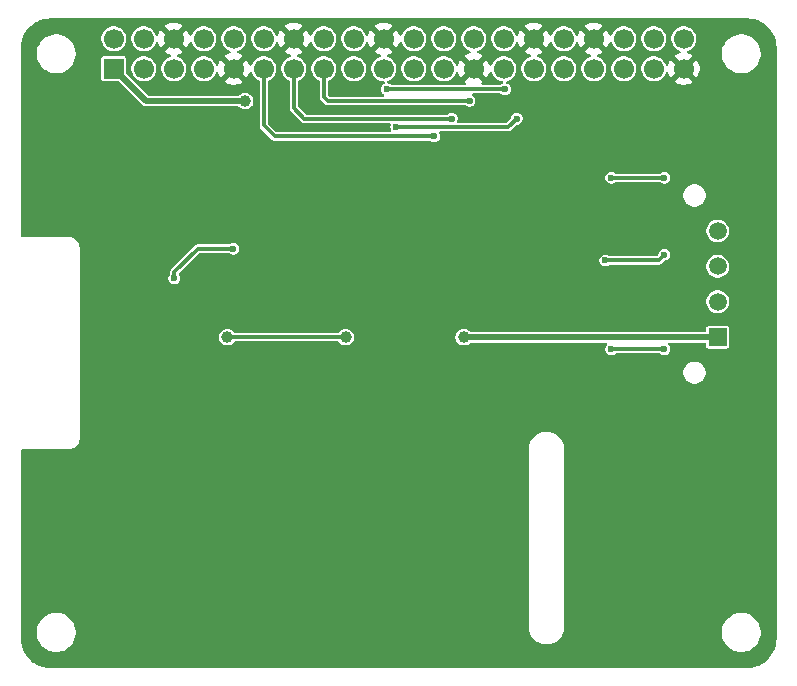
<source format=gbl>
G04 #@! TF.GenerationSoftware,KiCad,Pcbnew,9.0.7*
G04 #@! TF.CreationDate,2026-02-28T23:28:59+02:00*
G04 #@! TF.ProjectId,S-PCBASSY-001-01,532d5043-4241-4535-9359-2d3030312d30,rev?*
G04 #@! TF.SameCoordinates,Original*
G04 #@! TF.FileFunction,Copper,L2,Bot*
G04 #@! TF.FilePolarity,Positive*
%FSLAX46Y46*%
G04 Gerber Fmt 4.6, Leading zero omitted, Abs format (unit mm)*
G04 Created by KiCad (PCBNEW 9.0.7) date 2026-02-28 23:28:59*
%MOMM*%
%LPD*%
G01*
G04 APERTURE LIST*
G04 #@! TA.AperFunction,ComponentPad*
%ADD10R,1.520000X1.520000*%
G04 #@! TD*
G04 #@! TA.AperFunction,ComponentPad*
%ADD11C,1.520000*%
G04 #@! TD*
G04 #@! TA.AperFunction,ComponentPad*
%ADD12C,1.700000*%
G04 #@! TD*
G04 #@! TA.AperFunction,ComponentPad*
%ADD13R,1.700000X1.700000*%
G04 #@! TD*
G04 #@! TA.AperFunction,ViaPad*
%ADD14C,0.600000*%
G04 #@! TD*
G04 #@! TA.AperFunction,ViaPad*
%ADD15C,1.000000*%
G04 #@! TD*
G04 #@! TA.AperFunction,Conductor*
%ADD16C,0.300000*%
G04 #@! TD*
G04 #@! TA.AperFunction,Conductor*
%ADD17C,0.500000*%
G04 #@! TD*
G04 APERTURE END LIST*
D10*
X159500000Y-71500000D03*
D11*
X159500000Y-68500000D03*
X159500000Y-65500000D03*
X159500000Y-62500000D03*
D12*
X156630000Y-46230000D03*
X156630000Y-48770000D03*
X154090000Y-46230000D03*
X154090000Y-48770000D03*
X151550000Y-46230000D03*
X151550000Y-48770000D03*
X149010000Y-46230000D03*
X149010000Y-48770000D03*
X146470000Y-46230000D03*
X146470000Y-48770000D03*
X143930000Y-46230000D03*
X143930000Y-48770000D03*
X141390000Y-46230000D03*
X141390000Y-48770000D03*
X138850000Y-46230000D03*
X138850000Y-48770000D03*
X136310000Y-46230000D03*
X136310000Y-48770000D03*
X133770000Y-46230000D03*
X133770000Y-48770000D03*
X131230000Y-46230000D03*
X131230000Y-48770000D03*
X128690000Y-46230000D03*
X128690000Y-48770000D03*
X126150000Y-46230000D03*
X126150000Y-48770000D03*
X123610000Y-46230000D03*
X123610000Y-48770000D03*
X121070000Y-46230000D03*
X121070000Y-48770000D03*
X118530000Y-46230000D03*
X118530000Y-48770000D03*
X115990000Y-46230000D03*
X115990000Y-48770000D03*
X113450000Y-46230000D03*
X113450000Y-48770000D03*
X110910000Y-46230000D03*
X110910000Y-48770000D03*
X108370000Y-46230000D03*
D13*
X108370000Y-48770000D03*
D14*
X153500000Y-69500000D03*
X153500000Y-63500000D03*
X153500000Y-66500000D03*
X148000000Y-55000000D03*
X144000000Y-54000000D03*
X142500000Y-59500000D03*
X140000000Y-59500000D03*
X144000000Y-61000000D03*
X148000000Y-62000000D03*
X140000000Y-67000000D03*
X144000000Y-67000000D03*
X148500000Y-69500000D03*
X144000000Y-68500000D03*
X143000000Y-74500000D03*
X140500000Y-74000000D03*
X134000000Y-61000000D03*
X121500000Y-66500000D03*
X110500000Y-70500000D03*
X106000000Y-70000000D03*
X120500000Y-63000000D03*
X120000000Y-58000000D03*
X119000000Y-56000000D03*
X116500000Y-53000000D03*
X106000000Y-62000000D03*
X106000000Y-58000000D03*
X109500000Y-56000000D03*
X108000000Y-53000000D03*
D15*
X119500000Y-51500000D03*
D14*
X113500000Y-66500000D03*
X118500000Y-64000000D03*
X132305000Y-53711770D03*
X142500000Y-53000000D03*
X141500000Y-50500000D03*
X131500000Y-50500000D03*
D15*
X138000000Y-71500000D03*
X128000000Y-71500000D03*
X118000000Y-71500000D03*
D14*
X155000000Y-58000000D03*
X150500000Y-58000000D03*
X155000000Y-64500000D03*
X150000000Y-65000000D03*
X155000000Y-72500000D03*
X150500000Y-72500000D03*
X135500000Y-54500000D03*
X137000000Y-53000000D03*
X138500000Y-51500000D03*
D16*
X128000000Y-71500000D02*
X118000000Y-71500000D01*
X107000000Y-63000000D02*
X120500000Y-63000000D01*
X106000000Y-62000000D02*
X106000000Y-70000000D01*
X106000000Y-62000000D02*
X107000000Y-63000000D01*
X119000000Y-56000000D02*
X109500000Y-56000000D01*
X106000000Y-58000000D02*
X120000000Y-58000000D01*
X108000000Y-53000000D02*
X116500000Y-53000000D01*
D17*
X111100000Y-51500000D02*
X119500000Y-51500000D01*
X108370000Y-48770000D02*
X111100000Y-51500000D01*
D16*
X115500000Y-64000000D02*
X118500000Y-64000000D01*
X113500000Y-66000000D02*
X115500000Y-64000000D01*
X113500000Y-66500000D02*
X113500000Y-66000000D01*
X141788230Y-53711770D02*
X132305000Y-53711770D01*
X142500000Y-53000000D02*
X141788230Y-53711770D01*
X141500000Y-50500000D02*
X131500000Y-50500000D01*
D17*
X138000000Y-71500000D02*
X159500000Y-71500000D01*
D16*
X155000000Y-64500000D02*
X154500000Y-65000000D01*
X154500000Y-65000000D02*
X150000000Y-65000000D01*
X150500000Y-58000000D02*
X155000000Y-58000000D01*
X150500000Y-72500000D02*
X155000000Y-72500000D01*
X121070000Y-53570000D02*
X121070000Y-48770000D01*
X122000000Y-54500000D02*
X121070000Y-53570000D01*
X135500000Y-54500000D02*
X122000000Y-54500000D01*
X124500000Y-53000000D02*
X123610000Y-52110000D01*
X123610000Y-52110000D02*
X123610000Y-48770000D01*
X137000000Y-53000000D02*
X124500000Y-53000000D01*
X126150000Y-51150000D02*
X126150000Y-48770000D01*
X138500000Y-51500000D02*
X126500000Y-51500000D01*
X126500000Y-51500000D02*
X126150000Y-51150000D01*
G04 #@! TA.AperFunction,Conductor*
G36*
X139965270Y-49531717D02*
G01*
X139965270Y-49531716D01*
X140004622Y-49477554D01*
X140101095Y-49288217D01*
X140158343Y-49112026D01*
X140197780Y-49054351D01*
X140262139Y-49027152D01*
X140330985Y-49039066D01*
X140382461Y-49086310D01*
X140390833Y-49102887D01*
X140394619Y-49112026D01*
X140445939Y-49235925D01*
X140459059Y-49267598D01*
X140472836Y-49288217D01*
X140574024Y-49439657D01*
X140720342Y-49585975D01*
X140720345Y-49585977D01*
X140892402Y-49700941D01*
X141083580Y-49780130D01*
X141228052Y-49808867D01*
X141253018Y-49813833D01*
X141273131Y-49824353D01*
X141294966Y-49830561D01*
X141303497Y-49840237D01*
X141314929Y-49846217D01*
X141326160Y-49865941D01*
X141341174Y-49882969D01*
X141343119Y-49895723D01*
X141349503Y-49906933D01*
X141348288Y-49929599D01*
X141351712Y-49952040D01*
X141346454Y-49963820D01*
X141345764Y-49976702D01*
X141332487Y-49995113D01*
X141323236Y-50015843D01*
X141308973Y-50027722D01*
X141304898Y-50033375D01*
X141296762Y-50039184D01*
X141293827Y-50041105D01*
X141192686Y-50099500D01*
X141169960Y-50122225D01*
X141159259Y-50129234D01*
X141137571Y-50135805D01*
X141117682Y-50146666D01*
X141092953Y-50149324D01*
X141092392Y-50149495D01*
X141092111Y-50149415D01*
X141091324Y-50149500D01*
X139629671Y-50149500D01*
X139562632Y-50129815D01*
X139516877Y-50077011D01*
X139506933Y-50007853D01*
X139535958Y-49944297D01*
X139556785Y-49925182D01*
X139611716Y-49885270D01*
X139611717Y-49885270D01*
X138979408Y-49252962D01*
X139042993Y-49235925D01*
X139157007Y-49170099D01*
X139250099Y-49077007D01*
X139315925Y-48962993D01*
X139332962Y-48899408D01*
X139965270Y-49531717D01*
G37*
G04 #@! TD.AperFunction*
G04 #@! TA.AperFunction,Conductor*
G36*
X162003736Y-44500726D02*
G01*
X162293796Y-44518271D01*
X162308659Y-44520076D01*
X162590798Y-44571780D01*
X162605335Y-44575363D01*
X162879172Y-44660695D01*
X162893163Y-44666000D01*
X163154743Y-44783727D01*
X163167989Y-44790680D01*
X163413465Y-44939075D01*
X163425776Y-44947573D01*
X163588904Y-45075375D01*
X163651573Y-45124473D01*
X163662781Y-45134403D01*
X163865596Y-45337218D01*
X163875526Y-45348426D01*
X164041551Y-45560342D01*
X164052422Y-45574217D01*
X164060926Y-45586537D01*
X164201633Y-45819295D01*
X164209316Y-45832004D01*
X164216275Y-45845263D01*
X164333997Y-46106831D01*
X164339306Y-46120832D01*
X164424635Y-46394663D01*
X164428219Y-46409201D01*
X164479923Y-46691340D01*
X164481728Y-46706205D01*
X164499274Y-46996263D01*
X164499500Y-47003750D01*
X164499500Y-96996249D01*
X164499274Y-97003736D01*
X164481728Y-97293794D01*
X164479923Y-97308659D01*
X164428219Y-97590798D01*
X164424635Y-97605336D01*
X164339306Y-97879167D01*
X164333997Y-97893168D01*
X164216275Y-98154736D01*
X164209316Y-98167995D01*
X164060928Y-98413459D01*
X164052422Y-98425782D01*
X163875526Y-98651573D01*
X163865596Y-98662781D01*
X163662781Y-98865596D01*
X163651573Y-98875526D01*
X163425782Y-99052422D01*
X163413459Y-99060928D01*
X163167995Y-99209316D01*
X163154736Y-99216275D01*
X162893168Y-99333997D01*
X162879167Y-99339306D01*
X162605336Y-99424635D01*
X162590798Y-99428219D01*
X162308659Y-99479923D01*
X162293794Y-99481728D01*
X162003736Y-99499274D01*
X161996249Y-99499500D01*
X103003751Y-99499500D01*
X102996264Y-99499274D01*
X102706205Y-99481728D01*
X102691340Y-99479923D01*
X102409201Y-99428219D01*
X102394663Y-99424635D01*
X102120832Y-99339306D01*
X102106831Y-99333997D01*
X101845263Y-99216275D01*
X101832004Y-99209316D01*
X101586540Y-99060928D01*
X101574217Y-99052422D01*
X101348426Y-98875526D01*
X101337218Y-98865596D01*
X101134403Y-98662781D01*
X101124473Y-98651573D01*
X100947573Y-98425776D01*
X100939075Y-98413465D01*
X100790680Y-98167989D01*
X100783727Y-98154743D01*
X100666000Y-97893163D01*
X100660693Y-97879167D01*
X100575364Y-97605336D01*
X100571780Y-97590798D01*
X100520076Y-97308659D01*
X100518271Y-97293794D01*
X100500726Y-97003736D01*
X100500500Y-96996249D01*
X100500500Y-96370097D01*
X101849500Y-96370097D01*
X101849500Y-96629902D01*
X101890140Y-96886493D01*
X101970422Y-97133576D01*
X101989985Y-97171969D01*
X102088366Y-97365051D01*
X102241069Y-97575229D01*
X102424771Y-97758931D01*
X102634949Y-97911634D01*
X102782445Y-97986787D01*
X102866423Y-98029577D01*
X102866425Y-98029577D01*
X102866428Y-98029579D01*
X103113507Y-98109860D01*
X103245706Y-98130797D01*
X103370098Y-98150500D01*
X103370103Y-98150500D01*
X103629902Y-98150500D01*
X103743298Y-98132539D01*
X103886493Y-98109860D01*
X104133572Y-98029579D01*
X104365051Y-97911634D01*
X104575229Y-97758931D01*
X104758931Y-97575229D01*
X104911634Y-97365051D01*
X105029579Y-97133572D01*
X105109860Y-96886493D01*
X105132539Y-96743298D01*
X105150500Y-96629902D01*
X105150500Y-96370097D01*
X105128947Y-96234021D01*
X105109860Y-96113507D01*
X105029579Y-95866428D01*
X105029577Y-95866425D01*
X105029577Y-95866423D01*
X104986787Y-95782445D01*
X104911634Y-95634949D01*
X104758931Y-95424771D01*
X104575229Y-95241069D01*
X104365051Y-95088366D01*
X104292764Y-95051534D01*
X104133576Y-94970422D01*
X103886493Y-94890140D01*
X103629902Y-94849500D01*
X103629897Y-94849500D01*
X103370103Y-94849500D01*
X103370098Y-94849500D01*
X103113506Y-94890140D01*
X102866423Y-94970422D01*
X102634945Y-95088368D01*
X102424774Y-95241066D01*
X102424768Y-95241071D01*
X102241071Y-95424768D01*
X102241066Y-95424774D01*
X102088368Y-95634945D01*
X101970422Y-95866423D01*
X101890140Y-96113506D01*
X101849500Y-96370097D01*
X100500500Y-96370097D01*
X100500500Y-81124500D01*
X100520185Y-81057461D01*
X100572989Y-81011706D01*
X100624500Y-81000500D01*
X104587528Y-81000500D01*
X104587532Y-81000500D01*
X104759938Y-80970101D01*
X104924445Y-80910225D01*
X104973501Y-80881902D01*
X143499500Y-80881902D01*
X143499500Y-96118097D01*
X143536446Y-96351368D01*
X143609433Y-96575996D01*
X143716657Y-96786433D01*
X143855483Y-96977510D01*
X144022490Y-97144517D01*
X144213567Y-97283343D01*
X144312991Y-97334002D01*
X144424003Y-97390566D01*
X144424005Y-97390566D01*
X144424008Y-97390568D01*
X144544412Y-97429689D01*
X144648631Y-97463553D01*
X144881903Y-97500500D01*
X144881908Y-97500500D01*
X145118097Y-97500500D01*
X145351368Y-97463553D01*
X145575992Y-97390568D01*
X145786433Y-97283343D01*
X145977510Y-97144517D01*
X146144517Y-96977510D01*
X146283343Y-96786433D01*
X146390568Y-96575992D01*
X146457468Y-96370097D01*
X159849500Y-96370097D01*
X159849500Y-96629902D01*
X159890140Y-96886493D01*
X159970422Y-97133576D01*
X159989985Y-97171969D01*
X160088366Y-97365051D01*
X160241069Y-97575229D01*
X160424771Y-97758931D01*
X160634949Y-97911634D01*
X160782445Y-97986787D01*
X160866423Y-98029577D01*
X160866425Y-98029577D01*
X160866428Y-98029579D01*
X161113507Y-98109860D01*
X161245706Y-98130797D01*
X161370098Y-98150500D01*
X161370103Y-98150500D01*
X161629902Y-98150500D01*
X161743298Y-98132539D01*
X161886493Y-98109860D01*
X162133572Y-98029579D01*
X162365051Y-97911634D01*
X162575229Y-97758931D01*
X162758931Y-97575229D01*
X162911634Y-97365051D01*
X163029579Y-97133572D01*
X163109860Y-96886493D01*
X163132539Y-96743298D01*
X163150500Y-96629902D01*
X163150500Y-96370097D01*
X163128947Y-96234021D01*
X163109860Y-96113507D01*
X163029579Y-95866428D01*
X163029577Y-95866425D01*
X163029577Y-95866423D01*
X162986787Y-95782445D01*
X162911634Y-95634949D01*
X162758931Y-95424771D01*
X162575229Y-95241069D01*
X162365051Y-95088366D01*
X162292764Y-95051534D01*
X162133576Y-94970422D01*
X161886493Y-94890140D01*
X161629902Y-94849500D01*
X161629897Y-94849500D01*
X161370103Y-94849500D01*
X161370098Y-94849500D01*
X161113506Y-94890140D01*
X160866423Y-94970422D01*
X160634945Y-95088368D01*
X160424774Y-95241066D01*
X160424768Y-95241071D01*
X160241071Y-95424768D01*
X160241066Y-95424774D01*
X160088368Y-95634945D01*
X159970422Y-95866423D01*
X159890140Y-96113506D01*
X159849500Y-96370097D01*
X146457468Y-96370097D01*
X146463553Y-96351368D01*
X146479648Y-96249750D01*
X146500500Y-96118097D01*
X146500500Y-80881902D01*
X146463553Y-80648631D01*
X146415422Y-80500500D01*
X146390568Y-80424008D01*
X146390566Y-80424005D01*
X146390566Y-80424003D01*
X146306970Y-80259938D01*
X146283343Y-80213567D01*
X146144517Y-80022490D01*
X145977510Y-79855483D01*
X145786433Y-79716657D01*
X145575996Y-79609433D01*
X145351368Y-79536446D01*
X145118097Y-79499500D01*
X145118092Y-79499500D01*
X144881908Y-79499500D01*
X144881903Y-79499500D01*
X144648631Y-79536446D01*
X144424003Y-79609433D01*
X144213566Y-79716657D01*
X144104550Y-79795862D01*
X144022490Y-79855483D01*
X144022488Y-79855485D01*
X144022487Y-79855485D01*
X143855485Y-80022487D01*
X143855485Y-80022488D01*
X143855483Y-80022490D01*
X143849824Y-80030279D01*
X143716657Y-80213566D01*
X143609433Y-80424003D01*
X143536446Y-80648631D01*
X143499500Y-80881902D01*
X104973501Y-80881902D01*
X105076055Y-80822692D01*
X105095653Y-80806247D01*
X105124496Y-80782046D01*
X105210163Y-80710163D01*
X105322690Y-80576057D01*
X105322692Y-80576055D01*
X105410225Y-80424445D01*
X105470101Y-80259938D01*
X105500500Y-80087532D01*
X105500500Y-80000000D01*
X105500500Y-79934108D01*
X105500500Y-74592141D01*
X156604499Y-74592141D01*
X156640449Y-74772869D01*
X156640451Y-74772875D01*
X156710969Y-74943122D01*
X156710974Y-74943131D01*
X156813349Y-75096345D01*
X156813352Y-75096349D01*
X156943650Y-75226647D01*
X156943654Y-75226650D01*
X157096868Y-75329025D01*
X157096874Y-75329028D01*
X157096875Y-75329029D01*
X157267125Y-75399549D01*
X157267129Y-75399549D01*
X157267130Y-75399550D01*
X157447858Y-75435500D01*
X157447861Y-75435500D01*
X157632141Y-75435500D01*
X157753732Y-75411313D01*
X157812875Y-75399549D01*
X157983125Y-75329029D01*
X158136346Y-75226650D01*
X158266650Y-75096346D01*
X158369029Y-74943125D01*
X158439549Y-74772875D01*
X158475500Y-74592139D01*
X158475500Y-74407861D01*
X158475500Y-74407858D01*
X158439550Y-74227130D01*
X158439549Y-74227129D01*
X158439549Y-74227125D01*
X158369029Y-74056875D01*
X158369028Y-74056874D01*
X158369025Y-74056868D01*
X158266650Y-73903654D01*
X158266647Y-73903650D01*
X158136349Y-73773352D01*
X158136345Y-73773349D01*
X157983131Y-73670974D01*
X157983122Y-73670969D01*
X157812875Y-73600451D01*
X157812869Y-73600449D01*
X157632141Y-73564500D01*
X157632139Y-73564500D01*
X157447861Y-73564500D01*
X157447859Y-73564500D01*
X157267130Y-73600449D01*
X157267124Y-73600451D01*
X157096877Y-73670969D01*
X157096868Y-73670974D01*
X156943654Y-73773349D01*
X156943650Y-73773352D01*
X156813352Y-73903650D01*
X156813349Y-73903654D01*
X156710974Y-74056868D01*
X156710969Y-74056877D01*
X156640451Y-74227124D01*
X156640449Y-74227130D01*
X156604500Y-74407858D01*
X156604500Y-74407861D01*
X156604500Y-74592139D01*
X156604500Y-74592141D01*
X156604499Y-74592141D01*
X105500500Y-74592141D01*
X105500500Y-71568995D01*
X117299499Y-71568995D01*
X117326418Y-71704322D01*
X117326421Y-71704332D01*
X117379221Y-71831804D01*
X117379228Y-71831817D01*
X117455885Y-71946541D01*
X117455888Y-71946545D01*
X117553454Y-72044111D01*
X117553458Y-72044114D01*
X117668182Y-72120771D01*
X117668195Y-72120778D01*
X117768152Y-72162181D01*
X117795672Y-72173580D01*
X117795676Y-72173580D01*
X117795677Y-72173581D01*
X117931004Y-72200500D01*
X117931007Y-72200500D01*
X118068995Y-72200500D01*
X118160041Y-72182389D01*
X118204328Y-72173580D01*
X118331811Y-72120775D01*
X118446542Y-72044114D01*
X118544114Y-71946542D01*
X118559309Y-71923799D01*
X118571465Y-71905609D01*
X118625077Y-71860804D01*
X118674567Y-71850500D01*
X127325433Y-71850500D01*
X127392472Y-71870185D01*
X127428535Y-71905609D01*
X127455885Y-71946541D01*
X127455888Y-71946545D01*
X127553454Y-72044111D01*
X127553458Y-72044114D01*
X127668182Y-72120771D01*
X127668195Y-72120778D01*
X127768152Y-72162181D01*
X127795672Y-72173580D01*
X127795676Y-72173580D01*
X127795677Y-72173581D01*
X127931004Y-72200500D01*
X127931007Y-72200500D01*
X128068995Y-72200500D01*
X128160041Y-72182389D01*
X128204328Y-72173580D01*
X128331811Y-72120775D01*
X128446542Y-72044114D01*
X128544114Y-71946542D01*
X128620775Y-71831811D01*
X128673580Y-71704328D01*
X128700500Y-71568995D01*
X137299499Y-71568995D01*
X137326418Y-71704322D01*
X137326421Y-71704332D01*
X137379221Y-71831804D01*
X137379228Y-71831817D01*
X137455885Y-71946541D01*
X137455888Y-71946545D01*
X137553454Y-72044111D01*
X137553458Y-72044114D01*
X137668182Y-72120771D01*
X137668195Y-72120778D01*
X137768152Y-72162181D01*
X137795672Y-72173580D01*
X137795676Y-72173580D01*
X137795677Y-72173581D01*
X137931004Y-72200500D01*
X137931007Y-72200500D01*
X138068995Y-72200500D01*
X138160041Y-72182389D01*
X138204328Y-72173580D01*
X138331811Y-72120775D01*
X138446542Y-72044114D01*
X138503838Y-71986817D01*
X138565159Y-71953334D01*
X138591518Y-71950500D01*
X150042324Y-71950500D01*
X150109363Y-71970185D01*
X150155118Y-72022989D01*
X150165062Y-72092147D01*
X150136037Y-72155703D01*
X150130005Y-72162181D01*
X150099502Y-72192683D01*
X150099500Y-72192686D01*
X150033608Y-72306812D01*
X149999500Y-72434108D01*
X149999500Y-72565891D01*
X150033608Y-72693187D01*
X150066554Y-72750250D01*
X150099500Y-72807314D01*
X150192686Y-72900500D01*
X150306814Y-72966392D01*
X150434108Y-73000500D01*
X150434110Y-73000500D01*
X150565890Y-73000500D01*
X150565892Y-73000500D01*
X150693186Y-72966392D01*
X150807314Y-72900500D01*
X150820995Y-72886819D01*
X150882318Y-72853334D01*
X150908676Y-72850500D01*
X154591324Y-72850500D01*
X154658363Y-72870185D01*
X154679005Y-72886819D01*
X154692686Y-72900500D01*
X154806814Y-72966392D01*
X154934108Y-73000500D01*
X154934110Y-73000500D01*
X155065890Y-73000500D01*
X155065892Y-73000500D01*
X155193186Y-72966392D01*
X155307314Y-72900500D01*
X155400500Y-72807314D01*
X155466392Y-72693186D01*
X155500500Y-72565892D01*
X155500500Y-72434108D01*
X155466392Y-72306814D01*
X155400500Y-72192686D01*
X155369995Y-72162181D01*
X155336510Y-72100858D01*
X155341494Y-72031166D01*
X155383366Y-71975233D01*
X155448830Y-71950816D01*
X155457676Y-71950500D01*
X158415500Y-71950500D01*
X158482539Y-71970185D01*
X158528294Y-72022989D01*
X158539500Y-72074500D01*
X158539500Y-72279752D01*
X158551131Y-72338229D01*
X158551132Y-72338230D01*
X158595447Y-72404552D01*
X158661769Y-72448867D01*
X158661770Y-72448868D01*
X158720247Y-72460499D01*
X158720250Y-72460500D01*
X158720252Y-72460500D01*
X160279750Y-72460500D01*
X160279751Y-72460499D01*
X160294568Y-72457552D01*
X160338229Y-72448868D01*
X160338229Y-72448867D01*
X160338231Y-72448867D01*
X160404552Y-72404552D01*
X160448867Y-72338231D01*
X160448867Y-72338229D01*
X160448868Y-72338229D01*
X160460499Y-72279752D01*
X160460500Y-72279750D01*
X160460500Y-70720249D01*
X160460499Y-70720247D01*
X160448868Y-70661770D01*
X160448867Y-70661769D01*
X160404552Y-70595447D01*
X160338230Y-70551132D01*
X160338229Y-70551131D01*
X160279752Y-70539500D01*
X160279748Y-70539500D01*
X158720252Y-70539500D01*
X158720247Y-70539500D01*
X158661770Y-70551131D01*
X158661769Y-70551132D01*
X158595447Y-70595447D01*
X158551132Y-70661769D01*
X158551131Y-70661770D01*
X158539500Y-70720247D01*
X158539500Y-70925500D01*
X158519815Y-70992539D01*
X158467011Y-71038294D01*
X158415500Y-71049500D01*
X138591518Y-71049500D01*
X138524479Y-71029815D01*
X138503841Y-71013185D01*
X138446542Y-70955886D01*
X138446541Y-70955885D01*
X138446540Y-70955884D01*
X138331817Y-70879228D01*
X138331804Y-70879221D01*
X138204332Y-70826421D01*
X138204322Y-70826418D01*
X138068995Y-70799500D01*
X138068993Y-70799500D01*
X137931007Y-70799500D01*
X137931005Y-70799500D01*
X137795677Y-70826418D01*
X137795667Y-70826421D01*
X137668195Y-70879221D01*
X137668182Y-70879228D01*
X137553458Y-70955885D01*
X137553454Y-70955888D01*
X137455888Y-71053454D01*
X137455885Y-71053458D01*
X137379228Y-71168182D01*
X137379221Y-71168195D01*
X137326421Y-71295667D01*
X137326418Y-71295677D01*
X137299500Y-71431004D01*
X137299500Y-71431007D01*
X137299500Y-71568993D01*
X137299500Y-71568995D01*
X137299499Y-71568995D01*
X128700500Y-71568995D01*
X128700500Y-71568993D01*
X128700500Y-71431007D01*
X128700500Y-71431004D01*
X128673581Y-71295677D01*
X128673580Y-71295676D01*
X128673580Y-71295672D01*
X128673578Y-71295667D01*
X128620778Y-71168195D01*
X128620771Y-71168182D01*
X128544114Y-71053458D01*
X128544111Y-71053454D01*
X128446545Y-70955888D01*
X128446541Y-70955885D01*
X128331817Y-70879228D01*
X128331804Y-70879221D01*
X128204332Y-70826421D01*
X128204322Y-70826418D01*
X128068995Y-70799500D01*
X128068993Y-70799500D01*
X127931007Y-70799500D01*
X127931005Y-70799500D01*
X127795677Y-70826418D01*
X127795667Y-70826421D01*
X127668195Y-70879221D01*
X127668182Y-70879228D01*
X127553458Y-70955885D01*
X127553454Y-70955888D01*
X127455888Y-71053454D01*
X127455885Y-71053458D01*
X127428535Y-71094391D01*
X127374923Y-71139196D01*
X127325433Y-71149500D01*
X118674567Y-71149500D01*
X118607528Y-71129815D01*
X118571465Y-71094391D01*
X118544114Y-71053458D01*
X118544111Y-71053454D01*
X118446545Y-70955888D01*
X118446541Y-70955885D01*
X118331817Y-70879228D01*
X118331804Y-70879221D01*
X118204332Y-70826421D01*
X118204322Y-70826418D01*
X118068995Y-70799500D01*
X118068993Y-70799500D01*
X117931007Y-70799500D01*
X117931005Y-70799500D01*
X117795677Y-70826418D01*
X117795667Y-70826421D01*
X117668195Y-70879221D01*
X117668182Y-70879228D01*
X117553458Y-70955885D01*
X117553454Y-70955888D01*
X117455888Y-71053454D01*
X117455885Y-71053458D01*
X117379228Y-71168182D01*
X117379221Y-71168195D01*
X117326421Y-71295667D01*
X117326418Y-71295677D01*
X117299500Y-71431004D01*
X117299500Y-71431007D01*
X117299500Y-71568993D01*
X117299500Y-71568995D01*
X117299499Y-71568995D01*
X105500500Y-71568995D01*
X105500500Y-68594603D01*
X158539499Y-68594603D01*
X158576410Y-68780161D01*
X158576413Y-68780171D01*
X158648814Y-68954965D01*
X158648816Y-68954968D01*
X158753927Y-69112278D01*
X158753933Y-69112286D01*
X158887713Y-69246066D01*
X158887721Y-69246072D01*
X159045031Y-69351183D01*
X159045034Y-69351185D01*
X159219828Y-69423586D01*
X159219833Y-69423588D01*
X159219837Y-69423588D01*
X159219838Y-69423589D01*
X159405396Y-69460500D01*
X159405399Y-69460500D01*
X159594603Y-69460500D01*
X159719442Y-69435667D01*
X159780167Y-69423588D01*
X159954967Y-69351184D01*
X160112283Y-69246069D01*
X160246069Y-69112283D01*
X160351184Y-68954967D01*
X160423588Y-68780167D01*
X160460500Y-68594601D01*
X160460500Y-68405399D01*
X160460500Y-68405396D01*
X160423589Y-68219838D01*
X160423588Y-68219837D01*
X160423588Y-68219833D01*
X160423586Y-68219828D01*
X160351185Y-68045034D01*
X160351183Y-68045031D01*
X160246072Y-67887721D01*
X160246066Y-67887713D01*
X160112286Y-67753933D01*
X160112278Y-67753927D01*
X159954968Y-67648816D01*
X159954965Y-67648814D01*
X159780171Y-67576413D01*
X159780161Y-67576410D01*
X159594603Y-67539500D01*
X159594601Y-67539500D01*
X159405399Y-67539500D01*
X159405397Y-67539500D01*
X159219838Y-67576410D01*
X159219828Y-67576413D01*
X159045034Y-67648814D01*
X159045031Y-67648816D01*
X158887721Y-67753927D01*
X158887713Y-67753933D01*
X158753933Y-67887713D01*
X158753927Y-67887721D01*
X158648816Y-68045031D01*
X158648814Y-68045034D01*
X158576413Y-68219828D01*
X158576410Y-68219838D01*
X158539500Y-68405396D01*
X158539500Y-68405399D01*
X158539500Y-68594601D01*
X158539500Y-68594603D01*
X158539499Y-68594603D01*
X105500500Y-68594603D01*
X105500500Y-66434108D01*
X112999500Y-66434108D01*
X112999500Y-66565891D01*
X113033608Y-66693187D01*
X113066554Y-66750250D01*
X113099500Y-66807314D01*
X113192686Y-66900500D01*
X113306814Y-66966392D01*
X113434108Y-67000500D01*
X113434110Y-67000500D01*
X113565890Y-67000500D01*
X113565892Y-67000500D01*
X113693186Y-66966392D01*
X113807314Y-66900500D01*
X113900500Y-66807314D01*
X113966392Y-66693186D01*
X114000500Y-66565892D01*
X114000500Y-66434108D01*
X113966392Y-66306814D01*
X113912385Y-66213271D01*
X113895912Y-66145371D01*
X113918764Y-66079344D01*
X113932085Y-66063596D01*
X114401078Y-65594603D01*
X158539499Y-65594603D01*
X158576410Y-65780161D01*
X158576413Y-65780171D01*
X158648814Y-65954965D01*
X158648816Y-65954968D01*
X158753927Y-66112278D01*
X158753933Y-66112286D01*
X158887713Y-66246066D01*
X158887721Y-66246072D01*
X159045031Y-66351183D01*
X159045034Y-66351185D01*
X159219828Y-66423586D01*
X159219833Y-66423588D01*
X159219837Y-66423588D01*
X159219838Y-66423589D01*
X159405396Y-66460500D01*
X159405399Y-66460500D01*
X159594603Y-66460500D01*
X159727280Y-66434108D01*
X159780167Y-66423588D01*
X159954967Y-66351184D01*
X160112283Y-66246069D01*
X160246069Y-66112283D01*
X160351184Y-65954967D01*
X160423588Y-65780167D01*
X160460500Y-65594601D01*
X160460500Y-65405399D01*
X160460500Y-65405396D01*
X160423589Y-65219838D01*
X160423588Y-65219837D01*
X160423588Y-65219833D01*
X160412551Y-65193186D01*
X160351185Y-65045034D01*
X160351183Y-65045031D01*
X160246072Y-64887721D01*
X160246066Y-64887713D01*
X160112286Y-64753933D01*
X160112278Y-64753927D01*
X159954968Y-64648816D01*
X159954965Y-64648814D01*
X159780171Y-64576413D01*
X159780161Y-64576410D01*
X159594603Y-64539500D01*
X159594601Y-64539500D01*
X159405399Y-64539500D01*
X159405397Y-64539500D01*
X159219838Y-64576410D01*
X159219828Y-64576413D01*
X159045034Y-64648814D01*
X159045031Y-64648816D01*
X158887721Y-64753927D01*
X158887713Y-64753933D01*
X158753933Y-64887713D01*
X158753927Y-64887721D01*
X158648816Y-65045031D01*
X158648814Y-65045034D01*
X158576413Y-65219828D01*
X158576410Y-65219838D01*
X158539500Y-65405396D01*
X158539500Y-65405399D01*
X158539500Y-65594601D01*
X158539500Y-65594603D01*
X158539499Y-65594603D01*
X114401078Y-65594603D01*
X115061574Y-64934108D01*
X149499500Y-64934108D01*
X149499500Y-65065891D01*
X149533608Y-65193187D01*
X149566554Y-65250250D01*
X149599500Y-65307314D01*
X149692686Y-65400500D01*
X149806814Y-65466392D01*
X149934108Y-65500500D01*
X149934110Y-65500500D01*
X150065890Y-65500500D01*
X150065892Y-65500500D01*
X150193186Y-65466392D01*
X150307314Y-65400500D01*
X150320995Y-65386819D01*
X150382318Y-65353334D01*
X150408676Y-65350500D01*
X154546142Y-65350500D01*
X154546144Y-65350500D01*
X154635288Y-65326614D01*
X154715212Y-65280470D01*
X154958863Y-65036819D01*
X155020186Y-65003334D01*
X155046544Y-65000500D01*
X155065890Y-65000500D01*
X155065892Y-65000500D01*
X155193186Y-64966392D01*
X155307314Y-64900500D01*
X155400500Y-64807314D01*
X155466392Y-64693186D01*
X155500500Y-64565892D01*
X155500500Y-64434108D01*
X155466392Y-64306814D01*
X155400500Y-64192686D01*
X155307314Y-64099500D01*
X155249100Y-64065890D01*
X155193187Y-64033608D01*
X155129539Y-64016554D01*
X155065892Y-63999500D01*
X154934108Y-63999500D01*
X154806812Y-64033608D01*
X154692686Y-64099500D01*
X154692683Y-64099502D01*
X154599502Y-64192683D01*
X154599500Y-64192686D01*
X154533608Y-64306812D01*
X154499500Y-64434108D01*
X154499500Y-64453456D01*
X154490855Y-64482896D01*
X154484332Y-64512883D01*
X154480577Y-64517898D01*
X154479815Y-64520495D01*
X154463181Y-64541137D01*
X154391137Y-64613181D01*
X154329814Y-64646666D01*
X154303456Y-64649500D01*
X150408676Y-64649500D01*
X150341637Y-64629815D01*
X150320995Y-64613181D01*
X150307316Y-64599502D01*
X150307314Y-64599500D01*
X150206227Y-64541137D01*
X150193187Y-64533608D01*
X150129539Y-64516554D01*
X150065892Y-64499500D01*
X149934108Y-64499500D01*
X149806812Y-64533608D01*
X149692686Y-64599500D01*
X149692683Y-64599502D01*
X149599502Y-64692683D01*
X149599500Y-64692686D01*
X149533608Y-64806812D01*
X149499500Y-64934108D01*
X115061574Y-64934108D01*
X115608863Y-64386819D01*
X115670186Y-64353334D01*
X115696544Y-64350500D01*
X118091324Y-64350500D01*
X118158363Y-64370185D01*
X118179005Y-64386819D01*
X118192686Y-64400500D01*
X118306814Y-64466392D01*
X118434108Y-64500500D01*
X118434110Y-64500500D01*
X118565890Y-64500500D01*
X118565892Y-64500500D01*
X118693186Y-64466392D01*
X118807314Y-64400500D01*
X118900500Y-64307314D01*
X118966392Y-64193186D01*
X119000500Y-64065892D01*
X119000500Y-63934108D01*
X118966392Y-63806814D01*
X118900500Y-63692686D01*
X118807314Y-63599500D01*
X118750250Y-63566554D01*
X118693187Y-63533608D01*
X118629539Y-63516554D01*
X118565892Y-63499500D01*
X118434108Y-63499500D01*
X118306812Y-63533608D01*
X118192686Y-63599500D01*
X118192683Y-63599502D01*
X118179005Y-63613181D01*
X118117682Y-63646666D01*
X118091324Y-63649500D01*
X115453856Y-63649500D01*
X115364712Y-63673386D01*
X115364709Y-63673387D01*
X115284791Y-63719527D01*
X115284786Y-63719531D01*
X113219531Y-65784786D01*
X113219527Y-65784791D01*
X113173387Y-65864709D01*
X113173386Y-65864712D01*
X113149500Y-65953856D01*
X113149500Y-66091324D01*
X113129815Y-66158363D01*
X113113181Y-66179005D01*
X113099502Y-66192683D01*
X113099500Y-66192686D01*
X113033608Y-66306812D01*
X112999500Y-66434108D01*
X105500500Y-66434108D01*
X105500500Y-63934108D01*
X105500500Y-63912468D01*
X105470101Y-63740062D01*
X105410225Y-63575555D01*
X105322692Y-63423945D01*
X105322691Y-63423943D01*
X105322690Y-63423942D01*
X105210163Y-63289836D01*
X105076057Y-63177309D01*
X104924446Y-63089775D01*
X104759937Y-63029898D01*
X104587534Y-62999500D01*
X104587532Y-62999500D01*
X104565892Y-62999500D01*
X100624500Y-62999500D01*
X100557461Y-62979815D01*
X100511706Y-62927011D01*
X100500500Y-62875500D01*
X100500500Y-62594603D01*
X158539499Y-62594603D01*
X158576410Y-62780161D01*
X158576413Y-62780171D01*
X158648814Y-62954965D01*
X158648816Y-62954968D01*
X158753927Y-63112278D01*
X158753933Y-63112286D01*
X158887713Y-63246066D01*
X158887721Y-63246072D01*
X159045031Y-63351183D01*
X159045034Y-63351185D01*
X159219828Y-63423586D01*
X159219833Y-63423588D01*
X159219837Y-63423588D01*
X159219838Y-63423589D01*
X159405396Y-63460500D01*
X159405399Y-63460500D01*
X159594603Y-63460500D01*
X159719442Y-63435667D01*
X159780167Y-63423588D01*
X159954967Y-63351184D01*
X160112283Y-63246069D01*
X160246069Y-63112283D01*
X160351184Y-62954967D01*
X160423588Y-62780167D01*
X160460500Y-62594601D01*
X160460500Y-62405399D01*
X160460500Y-62405396D01*
X160423589Y-62219838D01*
X160423588Y-62219837D01*
X160423588Y-62219833D01*
X160423586Y-62219828D01*
X160351185Y-62045034D01*
X160351183Y-62045031D01*
X160246072Y-61887721D01*
X160246066Y-61887713D01*
X160112286Y-61753933D01*
X160112278Y-61753927D01*
X159954968Y-61648816D01*
X159954965Y-61648814D01*
X159780171Y-61576413D01*
X159780161Y-61576410D01*
X159594603Y-61539500D01*
X159594601Y-61539500D01*
X159405399Y-61539500D01*
X159405397Y-61539500D01*
X159219838Y-61576410D01*
X159219828Y-61576413D01*
X159045034Y-61648814D01*
X159045031Y-61648816D01*
X158887721Y-61753927D01*
X158887713Y-61753933D01*
X158753933Y-61887713D01*
X158753927Y-61887721D01*
X158648816Y-62045031D01*
X158648814Y-62045034D01*
X158576413Y-62219828D01*
X158576410Y-62219838D01*
X158539500Y-62405396D01*
X158539500Y-62405399D01*
X158539500Y-62594601D01*
X158539500Y-62594603D01*
X158539499Y-62594603D01*
X100500500Y-62594603D01*
X100500500Y-59592141D01*
X156604499Y-59592141D01*
X156640449Y-59772869D01*
X156640451Y-59772875D01*
X156710969Y-59943122D01*
X156710974Y-59943131D01*
X156813349Y-60096345D01*
X156813352Y-60096349D01*
X156943650Y-60226647D01*
X156943654Y-60226650D01*
X157096868Y-60329025D01*
X157096874Y-60329028D01*
X157096875Y-60329029D01*
X157267125Y-60399549D01*
X157267129Y-60399549D01*
X157267130Y-60399550D01*
X157447858Y-60435500D01*
X157447861Y-60435500D01*
X157632141Y-60435500D01*
X157753732Y-60411313D01*
X157812875Y-60399549D01*
X157983125Y-60329029D01*
X158136346Y-60226650D01*
X158266650Y-60096346D01*
X158369029Y-59943125D01*
X158439549Y-59772875D01*
X158475500Y-59592139D01*
X158475500Y-59407861D01*
X158475500Y-59407858D01*
X158439550Y-59227130D01*
X158439549Y-59227129D01*
X158439549Y-59227125D01*
X158369029Y-59056875D01*
X158369028Y-59056874D01*
X158369025Y-59056868D01*
X158266650Y-58903654D01*
X158266647Y-58903650D01*
X158136349Y-58773352D01*
X158136345Y-58773349D01*
X157983131Y-58670974D01*
X157983122Y-58670969D01*
X157812875Y-58600451D01*
X157812869Y-58600449D01*
X157632141Y-58564500D01*
X157632139Y-58564500D01*
X157447861Y-58564500D01*
X157447859Y-58564500D01*
X157267130Y-58600449D01*
X157267124Y-58600451D01*
X157096877Y-58670969D01*
X157096868Y-58670974D01*
X156943654Y-58773349D01*
X156943650Y-58773352D01*
X156813352Y-58903650D01*
X156813349Y-58903654D01*
X156710974Y-59056868D01*
X156710969Y-59056877D01*
X156640451Y-59227124D01*
X156640449Y-59227130D01*
X156604500Y-59407858D01*
X156604500Y-59407861D01*
X156604500Y-59592139D01*
X156604500Y-59592141D01*
X156604499Y-59592141D01*
X100500500Y-59592141D01*
X100500500Y-57934108D01*
X149999500Y-57934108D01*
X149999500Y-58065891D01*
X150033608Y-58193187D01*
X150066554Y-58250250D01*
X150099500Y-58307314D01*
X150192686Y-58400500D01*
X150306814Y-58466392D01*
X150434108Y-58500500D01*
X150434110Y-58500500D01*
X150565890Y-58500500D01*
X150565892Y-58500500D01*
X150693186Y-58466392D01*
X150807314Y-58400500D01*
X150820995Y-58386819D01*
X150882318Y-58353334D01*
X150908676Y-58350500D01*
X154591324Y-58350500D01*
X154658363Y-58370185D01*
X154679005Y-58386819D01*
X154692686Y-58400500D01*
X154806814Y-58466392D01*
X154934108Y-58500500D01*
X154934110Y-58500500D01*
X155065890Y-58500500D01*
X155065892Y-58500500D01*
X155193186Y-58466392D01*
X155307314Y-58400500D01*
X155400500Y-58307314D01*
X155466392Y-58193186D01*
X155500500Y-58065892D01*
X155500500Y-57934108D01*
X155466392Y-57806814D01*
X155400500Y-57692686D01*
X155307314Y-57599500D01*
X155250250Y-57566554D01*
X155193187Y-57533608D01*
X155129539Y-57516554D01*
X155065892Y-57499500D01*
X154934108Y-57499500D01*
X154806812Y-57533608D01*
X154692686Y-57599500D01*
X154692683Y-57599502D01*
X154679005Y-57613181D01*
X154617682Y-57646666D01*
X154591324Y-57649500D01*
X150908676Y-57649500D01*
X150841637Y-57629815D01*
X150820995Y-57613181D01*
X150807316Y-57599502D01*
X150807314Y-57599500D01*
X150750250Y-57566554D01*
X150693187Y-57533608D01*
X150629539Y-57516554D01*
X150565892Y-57499500D01*
X150434108Y-57499500D01*
X150306812Y-57533608D01*
X150192686Y-57599500D01*
X150192683Y-57599502D01*
X150099502Y-57692683D01*
X150099500Y-57692686D01*
X150033608Y-57806812D01*
X149999500Y-57934108D01*
X100500500Y-57934108D01*
X100500500Y-47370097D01*
X101849500Y-47370097D01*
X101849500Y-47629902D01*
X101890140Y-47886493D01*
X101970422Y-48133576D01*
X102088368Y-48365054D01*
X102241066Y-48575225D01*
X102241069Y-48575229D01*
X102424771Y-48758931D01*
X102634949Y-48911634D01*
X102782445Y-48986787D01*
X102866423Y-49029577D01*
X102866425Y-49029577D01*
X102866428Y-49029579D01*
X103113507Y-49109860D01*
X103245706Y-49130797D01*
X103370098Y-49150500D01*
X103370103Y-49150500D01*
X103629902Y-49150500D01*
X103746483Y-49132035D01*
X103886493Y-49109860D01*
X104133572Y-49029579D01*
X104365051Y-48911634D01*
X104575229Y-48758931D01*
X104758931Y-48575229D01*
X104911634Y-48365051D01*
X105029579Y-48133572D01*
X105105391Y-47900247D01*
X107319500Y-47900247D01*
X107319500Y-49639752D01*
X107331131Y-49698229D01*
X107331132Y-49698230D01*
X107375447Y-49764552D01*
X107441769Y-49808867D01*
X107441770Y-49808868D01*
X107500247Y-49820499D01*
X107500250Y-49820500D01*
X107500252Y-49820500D01*
X108732035Y-49820500D01*
X108799074Y-49840185D01*
X108819716Y-49856819D01*
X110823386Y-51860489D01*
X110926113Y-51919799D01*
X110950321Y-51926284D01*
X110950324Y-51926286D01*
X110950325Y-51926286D01*
X110980447Y-51934357D01*
X111040691Y-51950500D01*
X118908482Y-51950500D01*
X118975521Y-51970185D01*
X118996158Y-51986814D01*
X119053455Y-52044111D01*
X119053459Y-52044115D01*
X119168182Y-52120771D01*
X119168195Y-52120778D01*
X119295667Y-52173578D01*
X119295672Y-52173580D01*
X119295676Y-52173580D01*
X119295677Y-52173581D01*
X119431004Y-52200500D01*
X119431007Y-52200500D01*
X119568995Y-52200500D01*
X119660041Y-52182389D01*
X119704328Y-52173580D01*
X119831811Y-52120775D01*
X119946542Y-52044114D01*
X120044114Y-51946542D01*
X120120775Y-51831811D01*
X120122929Y-51826612D01*
X120173578Y-51704332D01*
X120173580Y-51704328D01*
X120200500Y-51568993D01*
X120200500Y-51431007D01*
X120200500Y-51431004D01*
X120173581Y-51295677D01*
X120173580Y-51295676D01*
X120173580Y-51295672D01*
X120143613Y-51223324D01*
X120120778Y-51168195D01*
X120120771Y-51168182D01*
X120044114Y-51053458D01*
X120044111Y-51053454D01*
X119946545Y-50955888D01*
X119946541Y-50955885D01*
X119831817Y-50879228D01*
X119831804Y-50879221D01*
X119704332Y-50826421D01*
X119704322Y-50826418D01*
X119568995Y-50799500D01*
X119568993Y-50799500D01*
X119431007Y-50799500D01*
X119431005Y-50799500D01*
X119295677Y-50826418D01*
X119295667Y-50826421D01*
X119168195Y-50879221D01*
X119168182Y-50879228D01*
X119053459Y-50955884D01*
X119029530Y-50979814D01*
X118996161Y-51013182D01*
X118934841Y-51046666D01*
X118908482Y-51049500D01*
X111337965Y-51049500D01*
X111270926Y-51029815D01*
X111250284Y-51013181D01*
X109456819Y-49219716D01*
X109423334Y-49158393D01*
X109420500Y-49132035D01*
X109420500Y-48666530D01*
X109859500Y-48666530D01*
X109859500Y-48873469D01*
X109899868Y-49076412D01*
X109899870Y-49076420D01*
X109965939Y-49235925D01*
X109979059Y-49267598D01*
X109992836Y-49288217D01*
X110094024Y-49439657D01*
X110240342Y-49585975D01*
X110240345Y-49585977D01*
X110412402Y-49700941D01*
X110603580Y-49780130D01*
X110748052Y-49808867D01*
X110806530Y-49820499D01*
X110806534Y-49820500D01*
X110806535Y-49820500D01*
X111013466Y-49820500D01*
X111013467Y-49820499D01*
X111216420Y-49780130D01*
X111407598Y-49700941D01*
X111579655Y-49585977D01*
X111725977Y-49439655D01*
X111840941Y-49267598D01*
X111920130Y-49076420D01*
X111960500Y-48873465D01*
X111960500Y-48666535D01*
X111920130Y-48463580D01*
X111840941Y-48272402D01*
X111725977Y-48100345D01*
X111725975Y-48100342D01*
X111579657Y-47954024D01*
X111411655Y-47841770D01*
X111407598Y-47839059D01*
X111407593Y-47839057D01*
X111216420Y-47759870D01*
X111216412Y-47759868D01*
X111013469Y-47719500D01*
X111013465Y-47719500D01*
X110806535Y-47719500D01*
X110806530Y-47719500D01*
X110603587Y-47759868D01*
X110603579Y-47759870D01*
X110412403Y-47839058D01*
X110240342Y-47954024D01*
X110094024Y-48100342D01*
X109979058Y-48272403D01*
X109899870Y-48463579D01*
X109899868Y-48463587D01*
X109859500Y-48666530D01*
X109420500Y-48666530D01*
X109420500Y-47900249D01*
X109420499Y-47900247D01*
X109408868Y-47841770D01*
X109408867Y-47841769D01*
X109364552Y-47775447D01*
X109298230Y-47731132D01*
X109298229Y-47731131D01*
X109239752Y-47719500D01*
X109239748Y-47719500D01*
X107500252Y-47719500D01*
X107500247Y-47719500D01*
X107441770Y-47731131D01*
X107441769Y-47731132D01*
X107375447Y-47775447D01*
X107331132Y-47841769D01*
X107331131Y-47841770D01*
X107319500Y-47900247D01*
X105105391Y-47900247D01*
X105109860Y-47886493D01*
X105122045Y-47809554D01*
X105150500Y-47629902D01*
X105150500Y-47370097D01*
X105128178Y-47229164D01*
X105109860Y-47113507D01*
X105029579Y-46866428D01*
X105029577Y-46866425D01*
X105029577Y-46866423D01*
X104969347Y-46748217D01*
X104911634Y-46634949D01*
X104758931Y-46424771D01*
X104575229Y-46241069D01*
X104417579Y-46126530D01*
X107319500Y-46126530D01*
X107319500Y-46333469D01*
X107359868Y-46536412D01*
X107359870Y-46536420D01*
X107425939Y-46695925D01*
X107439059Y-46727598D01*
X107452836Y-46748217D01*
X107554024Y-46899657D01*
X107700342Y-47045975D01*
X107700345Y-47045977D01*
X107872402Y-47160941D01*
X108063580Y-47240130D01*
X108228855Y-47273005D01*
X108266530Y-47280499D01*
X108266534Y-47280500D01*
X108266535Y-47280500D01*
X108473466Y-47280500D01*
X108473467Y-47280499D01*
X108676420Y-47240130D01*
X108867598Y-47160941D01*
X109039655Y-47045977D01*
X109185977Y-46899655D01*
X109300941Y-46727598D01*
X109380130Y-46536420D01*
X109420500Y-46333465D01*
X109420500Y-46126535D01*
X109420499Y-46126530D01*
X109859500Y-46126530D01*
X109859500Y-46333469D01*
X109899868Y-46536412D01*
X109899870Y-46536420D01*
X109965939Y-46695925D01*
X109979059Y-46727598D01*
X109992836Y-46748217D01*
X110094024Y-46899657D01*
X110240342Y-47045975D01*
X110240345Y-47045977D01*
X110412402Y-47160941D01*
X110603580Y-47240130D01*
X110768855Y-47273005D01*
X110806530Y-47280499D01*
X110806534Y-47280500D01*
X110806535Y-47280500D01*
X111013466Y-47280500D01*
X111013467Y-47280499D01*
X111216420Y-47240130D01*
X111407598Y-47160941D01*
X111579655Y-47045977D01*
X111725977Y-46899655D01*
X111840941Y-46727598D01*
X111909165Y-46562889D01*
X111953004Y-46508488D01*
X112019298Y-46486423D01*
X112086998Y-46503702D01*
X112134609Y-46554839D01*
X112141656Y-46572026D01*
X112198904Y-46748216D01*
X112295375Y-46937550D01*
X112334728Y-46991716D01*
X112967037Y-46359408D01*
X112984075Y-46422993D01*
X113049901Y-46537007D01*
X113142993Y-46630099D01*
X113257007Y-46695925D01*
X113320590Y-46712962D01*
X112688282Y-47345269D01*
X112688282Y-47345270D01*
X112742449Y-47384624D01*
X112931782Y-47481095D01*
X113107973Y-47538343D01*
X113165648Y-47577780D01*
X113192847Y-47642139D01*
X113180932Y-47710985D01*
X113133688Y-47762461D01*
X113117108Y-47770835D01*
X112952403Y-47839057D01*
X112780342Y-47954024D01*
X112634024Y-48100342D01*
X112519058Y-48272403D01*
X112439870Y-48463579D01*
X112439868Y-48463587D01*
X112399500Y-48666530D01*
X112399500Y-48873469D01*
X112439868Y-49076412D01*
X112439870Y-49076420D01*
X112505939Y-49235925D01*
X112519059Y-49267598D01*
X112532836Y-49288217D01*
X112634024Y-49439657D01*
X112780342Y-49585975D01*
X112780345Y-49585977D01*
X112952402Y-49700941D01*
X113143580Y-49780130D01*
X113288052Y-49808867D01*
X113346530Y-49820499D01*
X113346534Y-49820500D01*
X113346535Y-49820500D01*
X113553466Y-49820500D01*
X113553467Y-49820499D01*
X113756420Y-49780130D01*
X113947598Y-49700941D01*
X114119655Y-49585977D01*
X114265977Y-49439655D01*
X114380941Y-49267598D01*
X114460130Y-49076420D01*
X114500500Y-48873465D01*
X114500500Y-48666535D01*
X114500499Y-48666530D01*
X114939500Y-48666530D01*
X114939500Y-48873469D01*
X114979868Y-49076412D01*
X114979870Y-49076420D01*
X115045939Y-49235925D01*
X115059059Y-49267598D01*
X115072836Y-49288217D01*
X115174024Y-49439657D01*
X115320342Y-49585975D01*
X115320345Y-49585977D01*
X115492402Y-49700941D01*
X115683580Y-49780130D01*
X115828052Y-49808867D01*
X115886530Y-49820499D01*
X115886534Y-49820500D01*
X115886535Y-49820500D01*
X116093466Y-49820500D01*
X116093467Y-49820499D01*
X116296420Y-49780130D01*
X116487598Y-49700941D01*
X116659655Y-49585977D01*
X116805977Y-49439655D01*
X116920941Y-49267598D01*
X116989165Y-49102889D01*
X117033004Y-49048488D01*
X117099298Y-49026423D01*
X117166998Y-49043702D01*
X117214609Y-49094839D01*
X117221656Y-49112026D01*
X117278904Y-49288216D01*
X117375375Y-49477550D01*
X117414728Y-49531716D01*
X118047037Y-48899408D01*
X118064075Y-48962993D01*
X118129901Y-49077007D01*
X118222993Y-49170099D01*
X118337007Y-49235925D01*
X118400590Y-49252962D01*
X117768282Y-49885269D01*
X117768282Y-49885270D01*
X117822449Y-49924624D01*
X118011782Y-50021095D01*
X118213870Y-50086757D01*
X118423754Y-50120000D01*
X118636246Y-50120000D01*
X118846127Y-50086757D01*
X118846130Y-50086757D01*
X119048217Y-50021095D01*
X119237554Y-49924622D01*
X119291716Y-49885270D01*
X119291717Y-49885270D01*
X118659408Y-49252962D01*
X118722993Y-49235925D01*
X118837007Y-49170099D01*
X118930099Y-49077007D01*
X118995925Y-48962993D01*
X119012962Y-48899408D01*
X119645270Y-49531717D01*
X119645270Y-49531716D01*
X119684622Y-49477554D01*
X119781095Y-49288217D01*
X119838343Y-49112026D01*
X119877780Y-49054351D01*
X119942139Y-49027152D01*
X120010985Y-49039066D01*
X120062461Y-49086310D01*
X120070833Y-49102887D01*
X120074619Y-49112026D01*
X120125939Y-49235925D01*
X120139059Y-49267598D01*
X120152836Y-49288217D01*
X120254024Y-49439657D01*
X120400342Y-49585975D01*
X120572405Y-49700943D01*
X120642952Y-49730164D01*
X120697356Y-49774005D01*
X120719421Y-49840299D01*
X120719500Y-49844725D01*
X120719500Y-53616144D01*
X120732759Y-53665627D01*
X120743385Y-53705286D01*
X120789527Y-53785208D01*
X120789529Y-53785211D01*
X120789530Y-53785212D01*
X121784788Y-54780470D01*
X121864712Y-54826614D01*
X121953856Y-54850500D01*
X121953857Y-54850500D01*
X122046144Y-54850500D01*
X135091324Y-54850500D01*
X135158363Y-54870185D01*
X135179005Y-54886819D01*
X135192686Y-54900500D01*
X135306814Y-54966392D01*
X135434108Y-55000500D01*
X135434110Y-55000500D01*
X135565890Y-55000500D01*
X135565892Y-55000500D01*
X135693186Y-54966392D01*
X135807314Y-54900500D01*
X135900500Y-54807314D01*
X135966392Y-54693186D01*
X136000500Y-54565892D01*
X136000500Y-54434108D01*
X135966392Y-54306814D01*
X135932592Y-54248270D01*
X135916119Y-54180370D01*
X135938971Y-54114343D01*
X135993893Y-54071152D01*
X136039979Y-54062270D01*
X141834372Y-54062270D01*
X141834374Y-54062270D01*
X141923518Y-54038384D01*
X141931790Y-54033608D01*
X142003442Y-53992240D01*
X142458863Y-53536819D01*
X142520186Y-53503334D01*
X142546544Y-53500500D01*
X142565890Y-53500500D01*
X142565892Y-53500500D01*
X142693186Y-53466392D01*
X142807314Y-53400500D01*
X142900500Y-53307314D01*
X142966392Y-53193186D01*
X143000500Y-53065892D01*
X143000500Y-52934108D01*
X142966392Y-52806814D01*
X142900500Y-52692686D01*
X142807314Y-52599500D01*
X142750250Y-52566554D01*
X142693187Y-52533608D01*
X142629539Y-52516554D01*
X142565892Y-52499500D01*
X142434108Y-52499500D01*
X142306812Y-52533608D01*
X142192686Y-52599500D01*
X142192683Y-52599502D01*
X142099502Y-52692683D01*
X142099500Y-52692686D01*
X142033608Y-52806812D01*
X141999500Y-52934108D01*
X141999500Y-52953456D01*
X141979815Y-53020495D01*
X141963181Y-53041137D01*
X141679367Y-53324951D01*
X141618044Y-53358436D01*
X141591686Y-53361270D01*
X137582348Y-53361270D01*
X137515309Y-53341585D01*
X137469554Y-53288781D01*
X137459610Y-53219623D01*
X137464680Y-53201142D01*
X137464288Y-53201037D01*
X137466392Y-53193186D01*
X137500500Y-53065892D01*
X137500500Y-52934108D01*
X137466392Y-52806814D01*
X137400500Y-52692686D01*
X137307314Y-52599500D01*
X137250250Y-52566554D01*
X137193187Y-52533608D01*
X137129539Y-52516554D01*
X137065892Y-52499500D01*
X136934108Y-52499500D01*
X136806812Y-52533608D01*
X136692686Y-52599500D01*
X136692683Y-52599502D01*
X136679005Y-52613181D01*
X136617682Y-52646666D01*
X136591324Y-52649500D01*
X124696544Y-52649500D01*
X124629505Y-52629815D01*
X124608863Y-52613181D01*
X123996819Y-52001137D01*
X123963334Y-51939814D01*
X123960500Y-51913456D01*
X123960500Y-49844725D01*
X123980185Y-49777686D01*
X124032989Y-49731931D01*
X124037048Y-49730164D01*
X124107594Y-49700943D01*
X124107595Y-49700942D01*
X124107598Y-49700941D01*
X124279655Y-49585977D01*
X124425977Y-49439655D01*
X124540941Y-49267598D01*
X124620130Y-49076420D01*
X124660500Y-48873465D01*
X124660500Y-48666535D01*
X124660499Y-48666530D01*
X125099500Y-48666530D01*
X125099500Y-48873469D01*
X125139868Y-49076412D01*
X125139870Y-49076420D01*
X125205939Y-49235925D01*
X125219059Y-49267598D01*
X125232836Y-49288217D01*
X125334024Y-49439657D01*
X125480342Y-49585975D01*
X125652405Y-49700943D01*
X125722952Y-49730164D01*
X125777356Y-49774005D01*
X125799421Y-49840299D01*
X125799500Y-49844725D01*
X125799500Y-51196146D01*
X125806782Y-51223324D01*
X125806800Y-51223387D01*
X125823386Y-51285289D01*
X125823387Y-51285290D01*
X125869527Y-51365208D01*
X125869529Y-51365211D01*
X125869530Y-51365212D01*
X126284788Y-51780470D01*
X126364712Y-51826614D01*
X126453856Y-51850500D01*
X126453857Y-51850500D01*
X126546144Y-51850500D01*
X138091324Y-51850500D01*
X138158363Y-51870185D01*
X138179005Y-51886819D01*
X138192686Y-51900500D01*
X138306814Y-51966392D01*
X138434108Y-52000500D01*
X138434110Y-52000500D01*
X138565890Y-52000500D01*
X138565892Y-52000500D01*
X138693186Y-51966392D01*
X138807314Y-51900500D01*
X138900500Y-51807314D01*
X138966392Y-51693186D01*
X139000500Y-51565892D01*
X139000500Y-51434108D01*
X138966392Y-51306814D01*
X138900500Y-51192686D01*
X138807314Y-51099500D01*
X138776806Y-51081886D01*
X138728592Y-51031319D01*
X138715370Y-50962712D01*
X138741338Y-50897848D01*
X138798252Y-50857320D01*
X138838808Y-50850500D01*
X141091324Y-50850500D01*
X141158363Y-50870185D01*
X141179005Y-50886819D01*
X141192686Y-50900500D01*
X141306814Y-50966392D01*
X141434108Y-51000500D01*
X141434110Y-51000500D01*
X141565890Y-51000500D01*
X141565892Y-51000500D01*
X141693186Y-50966392D01*
X141807314Y-50900500D01*
X141900500Y-50807314D01*
X141966392Y-50693186D01*
X142000500Y-50565892D01*
X142000500Y-50434108D01*
X141966392Y-50306814D01*
X141900500Y-50192686D01*
X141807314Y-50099500D01*
X141724846Y-50051887D01*
X141693185Y-50033607D01*
X141665306Y-50026137D01*
X141605646Y-49989771D01*
X141575118Y-49926924D01*
X141583415Y-49857548D01*
X141627901Y-49803671D01*
X141673211Y-49784746D01*
X141696420Y-49780130D01*
X141887598Y-49700941D01*
X142059655Y-49585977D01*
X142205977Y-49439655D01*
X142320941Y-49267598D01*
X142400130Y-49076420D01*
X142440500Y-48873465D01*
X142440500Y-48666535D01*
X142400130Y-48463580D01*
X142320941Y-48272402D01*
X142205977Y-48100345D01*
X142205975Y-48100342D01*
X142059657Y-47954024D01*
X141891655Y-47841770D01*
X141887598Y-47839059D01*
X141887593Y-47839057D01*
X141696420Y-47759870D01*
X141696412Y-47759868D01*
X141493469Y-47719500D01*
X141493465Y-47719500D01*
X141286535Y-47719500D01*
X141286530Y-47719500D01*
X141083587Y-47759868D01*
X141083579Y-47759870D01*
X140892403Y-47839058D01*
X140720342Y-47954024D01*
X140574024Y-48100342D01*
X140459057Y-48272403D01*
X140390835Y-48437108D01*
X140346994Y-48491511D01*
X140280700Y-48513576D01*
X140213000Y-48496297D01*
X140165390Y-48445159D01*
X140158343Y-48427973D01*
X140101095Y-48251782D01*
X140004624Y-48062449D01*
X139965270Y-48008282D01*
X139965269Y-48008282D01*
X139332962Y-48640590D01*
X139315925Y-48577007D01*
X139250099Y-48462993D01*
X139157007Y-48369901D01*
X139042993Y-48304075D01*
X138979409Y-48287037D01*
X139611716Y-47654728D01*
X139557550Y-47615375D01*
X139368216Y-47518904D01*
X139192026Y-47461656D01*
X139134350Y-47422218D01*
X139107152Y-47357860D01*
X139119067Y-47289013D01*
X139166311Y-47237538D01*
X139182882Y-47229168D01*
X139347598Y-47160941D01*
X139519655Y-47045977D01*
X139665977Y-46899655D01*
X139780941Y-46727598D01*
X139860130Y-46536420D01*
X139900500Y-46333465D01*
X139900500Y-46126535D01*
X139900499Y-46126530D01*
X140339500Y-46126530D01*
X140339500Y-46333469D01*
X140379868Y-46536412D01*
X140379870Y-46536420D01*
X140445939Y-46695925D01*
X140459059Y-46727598D01*
X140472836Y-46748217D01*
X140574024Y-46899657D01*
X140720342Y-47045975D01*
X140720345Y-47045977D01*
X140892402Y-47160941D01*
X141083580Y-47240130D01*
X141248855Y-47273005D01*
X141286530Y-47280499D01*
X141286534Y-47280500D01*
X141286535Y-47280500D01*
X141493466Y-47280500D01*
X141493467Y-47280499D01*
X141696420Y-47240130D01*
X141887598Y-47160941D01*
X142059655Y-47045977D01*
X142205977Y-46899655D01*
X142320941Y-46727598D01*
X142389165Y-46562889D01*
X142433004Y-46508488D01*
X142499298Y-46486423D01*
X142566998Y-46503702D01*
X142614609Y-46554839D01*
X142621656Y-46572026D01*
X142678904Y-46748216D01*
X142775375Y-46937550D01*
X142814728Y-46991716D01*
X143447037Y-46359408D01*
X143464075Y-46422993D01*
X143529901Y-46537007D01*
X143622993Y-46630099D01*
X143737007Y-46695925D01*
X143800590Y-46712962D01*
X143168282Y-47345269D01*
X143168282Y-47345270D01*
X143222449Y-47384624D01*
X143411782Y-47481095D01*
X143587973Y-47538343D01*
X143645648Y-47577780D01*
X143672847Y-47642139D01*
X143660932Y-47710985D01*
X143613688Y-47762461D01*
X143597108Y-47770835D01*
X143432403Y-47839057D01*
X143260342Y-47954024D01*
X143114024Y-48100342D01*
X142999058Y-48272403D01*
X142919870Y-48463579D01*
X142919868Y-48463587D01*
X142879500Y-48666530D01*
X142879500Y-48873469D01*
X142919868Y-49076412D01*
X142919870Y-49076420D01*
X142985939Y-49235925D01*
X142999059Y-49267598D01*
X143012836Y-49288217D01*
X143114024Y-49439657D01*
X143260342Y-49585975D01*
X143260345Y-49585977D01*
X143432402Y-49700941D01*
X143623580Y-49780130D01*
X143768052Y-49808867D01*
X143826530Y-49820499D01*
X143826534Y-49820500D01*
X143826535Y-49820500D01*
X144033466Y-49820500D01*
X144033467Y-49820499D01*
X144236420Y-49780130D01*
X144427598Y-49700941D01*
X144599655Y-49585977D01*
X144745977Y-49439655D01*
X144860941Y-49267598D01*
X144940130Y-49076420D01*
X144980500Y-48873465D01*
X144980500Y-48666535D01*
X144980499Y-48666530D01*
X145419500Y-48666530D01*
X145419500Y-48873469D01*
X145459868Y-49076412D01*
X145459870Y-49076420D01*
X145525939Y-49235925D01*
X145539059Y-49267598D01*
X145552836Y-49288217D01*
X145654024Y-49439657D01*
X145800342Y-49585975D01*
X145800345Y-49585977D01*
X145972402Y-49700941D01*
X146163580Y-49780130D01*
X146308052Y-49808867D01*
X146366530Y-49820499D01*
X146366534Y-49820500D01*
X146366535Y-49820500D01*
X146573466Y-49820500D01*
X146573467Y-49820499D01*
X146776420Y-49780130D01*
X146967598Y-49700941D01*
X147139655Y-49585977D01*
X147285977Y-49439655D01*
X147400941Y-49267598D01*
X147480130Y-49076420D01*
X147520500Y-48873465D01*
X147520500Y-48666535D01*
X147480130Y-48463580D01*
X147400941Y-48272402D01*
X147285977Y-48100345D01*
X147285975Y-48100342D01*
X147139657Y-47954024D01*
X146971655Y-47841770D01*
X146967598Y-47839059D01*
X146967593Y-47839057D01*
X146776420Y-47759870D01*
X146776412Y-47759868D01*
X146573469Y-47719500D01*
X146573465Y-47719500D01*
X146366535Y-47719500D01*
X146366530Y-47719500D01*
X146163587Y-47759868D01*
X146163579Y-47759870D01*
X145972403Y-47839058D01*
X145800342Y-47954024D01*
X145654024Y-48100342D01*
X145539058Y-48272403D01*
X145459870Y-48463579D01*
X145459868Y-48463587D01*
X145419500Y-48666530D01*
X144980499Y-48666530D01*
X144940130Y-48463580D01*
X144860941Y-48272402D01*
X144745977Y-48100345D01*
X144745975Y-48100342D01*
X144599657Y-47954024D01*
X144431655Y-47841770D01*
X144427598Y-47839059D01*
X144427593Y-47839057D01*
X144274028Y-47775448D01*
X144262890Y-47770834D01*
X144208488Y-47726994D01*
X144186423Y-47660700D01*
X144203702Y-47593001D01*
X144254839Y-47545390D01*
X144272026Y-47538343D01*
X144448217Y-47481095D01*
X144637554Y-47384622D01*
X144691716Y-47345270D01*
X144691717Y-47345270D01*
X144059408Y-46712962D01*
X144122993Y-46695925D01*
X144237007Y-46630099D01*
X144330099Y-46537007D01*
X144395925Y-46422993D01*
X144412962Y-46359408D01*
X145045270Y-46991717D01*
X145045270Y-46991716D01*
X145084622Y-46937554D01*
X145181095Y-46748217D01*
X145238343Y-46572026D01*
X145277780Y-46514351D01*
X145342139Y-46487152D01*
X145410985Y-46499066D01*
X145462461Y-46546310D01*
X145470835Y-46562891D01*
X145525939Y-46695925D01*
X145539059Y-46727598D01*
X145552836Y-46748217D01*
X145654024Y-46899657D01*
X145800342Y-47045975D01*
X145800345Y-47045977D01*
X145972402Y-47160941D01*
X146163580Y-47240130D01*
X146328855Y-47273005D01*
X146366530Y-47280499D01*
X146366534Y-47280500D01*
X146366535Y-47280500D01*
X146573466Y-47280500D01*
X146573467Y-47280499D01*
X146776420Y-47240130D01*
X146967598Y-47160941D01*
X147139655Y-47045977D01*
X147285977Y-46899655D01*
X147400941Y-46727598D01*
X147469165Y-46562889D01*
X147513004Y-46508488D01*
X147579298Y-46486423D01*
X147646998Y-46503702D01*
X147694609Y-46554839D01*
X147701656Y-46572026D01*
X147758904Y-46748216D01*
X147855375Y-46937550D01*
X147894728Y-46991716D01*
X148527037Y-46359408D01*
X148544075Y-46422993D01*
X148609901Y-46537007D01*
X148702993Y-46630099D01*
X148817007Y-46695925D01*
X148880590Y-46712962D01*
X148248282Y-47345269D01*
X148248282Y-47345270D01*
X148302449Y-47384624D01*
X148491782Y-47481095D01*
X148667973Y-47538343D01*
X148725648Y-47577780D01*
X148752847Y-47642139D01*
X148740932Y-47710985D01*
X148693688Y-47762461D01*
X148677108Y-47770835D01*
X148512403Y-47839057D01*
X148340342Y-47954024D01*
X148194024Y-48100342D01*
X148079058Y-48272403D01*
X147999870Y-48463579D01*
X147999868Y-48463587D01*
X147959500Y-48666530D01*
X147959500Y-48873469D01*
X147999868Y-49076412D01*
X147999870Y-49076420D01*
X148065939Y-49235925D01*
X148079059Y-49267598D01*
X148092836Y-49288217D01*
X148194024Y-49439657D01*
X148340342Y-49585975D01*
X148340345Y-49585977D01*
X148512402Y-49700941D01*
X148703580Y-49780130D01*
X148848052Y-49808867D01*
X148906530Y-49820499D01*
X148906534Y-49820500D01*
X148906535Y-49820500D01*
X149113466Y-49820500D01*
X149113467Y-49820499D01*
X149316420Y-49780130D01*
X149507598Y-49700941D01*
X149679655Y-49585977D01*
X149825977Y-49439655D01*
X149940941Y-49267598D01*
X150020130Y-49076420D01*
X150060500Y-48873465D01*
X150060500Y-48666535D01*
X150060499Y-48666530D01*
X150499500Y-48666530D01*
X150499500Y-48873469D01*
X150539868Y-49076412D01*
X150539870Y-49076420D01*
X150605939Y-49235925D01*
X150619059Y-49267598D01*
X150632836Y-49288217D01*
X150734024Y-49439657D01*
X150880342Y-49585975D01*
X150880345Y-49585977D01*
X151052402Y-49700941D01*
X151243580Y-49780130D01*
X151388052Y-49808867D01*
X151446530Y-49820499D01*
X151446534Y-49820500D01*
X151446535Y-49820500D01*
X151653466Y-49820500D01*
X151653467Y-49820499D01*
X151856420Y-49780130D01*
X152047598Y-49700941D01*
X152219655Y-49585977D01*
X152365977Y-49439655D01*
X152480941Y-49267598D01*
X152560130Y-49076420D01*
X152600500Y-48873465D01*
X152600500Y-48666535D01*
X152600499Y-48666530D01*
X153039500Y-48666530D01*
X153039500Y-48873469D01*
X153079868Y-49076412D01*
X153079870Y-49076420D01*
X153145939Y-49235925D01*
X153159059Y-49267598D01*
X153172836Y-49288217D01*
X153274024Y-49439657D01*
X153420342Y-49585975D01*
X153420345Y-49585977D01*
X153592402Y-49700941D01*
X153783580Y-49780130D01*
X153928052Y-49808867D01*
X153986530Y-49820499D01*
X153986534Y-49820500D01*
X153986535Y-49820500D01*
X154193466Y-49820500D01*
X154193467Y-49820499D01*
X154396420Y-49780130D01*
X154587598Y-49700941D01*
X154759655Y-49585977D01*
X154905977Y-49439655D01*
X155020941Y-49267598D01*
X155089165Y-49102889D01*
X155133004Y-49048488D01*
X155199298Y-49026423D01*
X155266998Y-49043702D01*
X155314609Y-49094839D01*
X155321656Y-49112026D01*
X155378904Y-49288216D01*
X155475375Y-49477550D01*
X155514728Y-49531716D01*
X156147037Y-48899408D01*
X156164075Y-48962993D01*
X156229901Y-49077007D01*
X156322993Y-49170099D01*
X156437007Y-49235925D01*
X156500590Y-49252962D01*
X155868282Y-49885269D01*
X155868282Y-49885270D01*
X155922449Y-49924624D01*
X156111782Y-50021095D01*
X156313870Y-50086757D01*
X156523754Y-50120000D01*
X156736246Y-50120000D01*
X156946127Y-50086757D01*
X156946130Y-50086757D01*
X157148217Y-50021095D01*
X157337554Y-49924622D01*
X157391716Y-49885270D01*
X157391717Y-49885270D01*
X156759408Y-49252962D01*
X156822993Y-49235925D01*
X156937007Y-49170099D01*
X157030099Y-49077007D01*
X157095925Y-48962993D01*
X157112962Y-48899408D01*
X157745270Y-49531717D01*
X157745270Y-49531716D01*
X157784622Y-49477554D01*
X157881095Y-49288217D01*
X157946757Y-49086130D01*
X157946757Y-49086127D01*
X157980000Y-48876246D01*
X157980000Y-48663753D01*
X157946757Y-48453872D01*
X157946757Y-48453869D01*
X157881095Y-48251782D01*
X157784624Y-48062449D01*
X157745270Y-48008282D01*
X157745269Y-48008282D01*
X157112962Y-48640590D01*
X157095925Y-48577007D01*
X157030099Y-48462993D01*
X156937007Y-48369901D01*
X156822993Y-48304075D01*
X156759409Y-48287037D01*
X157391716Y-47654728D01*
X157337550Y-47615375D01*
X157148216Y-47518904D01*
X157038214Y-47483162D01*
X156972026Y-47461656D01*
X156914350Y-47422218D01*
X156892323Y-47370097D01*
X159849500Y-47370097D01*
X159849500Y-47629902D01*
X159890140Y-47886493D01*
X159970422Y-48133576D01*
X160088368Y-48365054D01*
X160241066Y-48575225D01*
X160241069Y-48575229D01*
X160424771Y-48758931D01*
X160634949Y-48911634D01*
X160782445Y-48986787D01*
X160866423Y-49029577D01*
X160866425Y-49029577D01*
X160866428Y-49029579D01*
X161113507Y-49109860D01*
X161245706Y-49130797D01*
X161370098Y-49150500D01*
X161370103Y-49150500D01*
X161629902Y-49150500D01*
X161746483Y-49132035D01*
X161886493Y-49109860D01*
X162133572Y-49029579D01*
X162365051Y-48911634D01*
X162575229Y-48758931D01*
X162758931Y-48575229D01*
X162911634Y-48365051D01*
X163029579Y-48133572D01*
X163109860Y-47886493D01*
X163134466Y-47731132D01*
X163150500Y-47629902D01*
X163150500Y-47370097D01*
X163128178Y-47229164D01*
X163109860Y-47113507D01*
X163029579Y-46866428D01*
X163029577Y-46866425D01*
X163029577Y-46866423D01*
X162969347Y-46748217D01*
X162911634Y-46634949D01*
X162758931Y-46424771D01*
X162575229Y-46241069D01*
X162559994Y-46230000D01*
X162365054Y-46088368D01*
X162365053Y-46088367D01*
X162365051Y-46088366D01*
X162264254Y-46037007D01*
X162133576Y-45970422D01*
X161886493Y-45890140D01*
X161629902Y-45849500D01*
X161629897Y-45849500D01*
X161370103Y-45849500D01*
X161370098Y-45849500D01*
X161113506Y-45890140D01*
X160866423Y-45970422D01*
X160634945Y-46088368D01*
X160424774Y-46241066D01*
X160424768Y-46241071D01*
X160241071Y-46424768D01*
X160241066Y-46424774D01*
X160088368Y-46634945D01*
X159970422Y-46866423D01*
X159890140Y-47113506D01*
X159849500Y-47370097D01*
X156892323Y-47370097D01*
X156887152Y-47357860D01*
X156899067Y-47289013D01*
X156946311Y-47237538D01*
X156962882Y-47229168D01*
X157127598Y-47160941D01*
X157299655Y-47045977D01*
X157445977Y-46899655D01*
X157560941Y-46727598D01*
X157640130Y-46536420D01*
X157680500Y-46333465D01*
X157680500Y-46126535D01*
X157640130Y-45923580D01*
X157560941Y-45732402D01*
X157445977Y-45560345D01*
X157445975Y-45560342D01*
X157299657Y-45414024D01*
X157184707Y-45337218D01*
X157127598Y-45299059D01*
X156936420Y-45219870D01*
X156936412Y-45219868D01*
X156733469Y-45179500D01*
X156733465Y-45179500D01*
X156526535Y-45179500D01*
X156526530Y-45179500D01*
X156323587Y-45219868D01*
X156323579Y-45219870D01*
X156132403Y-45299058D01*
X155960342Y-45414024D01*
X155814024Y-45560342D01*
X155699058Y-45732403D01*
X155619870Y-45923579D01*
X155619868Y-45923587D01*
X155579500Y-46126530D01*
X155579500Y-46333469D01*
X155619868Y-46536412D01*
X155619870Y-46536420D01*
X155685939Y-46695925D01*
X155699059Y-46727598D01*
X155712836Y-46748217D01*
X155814024Y-46899657D01*
X155960342Y-47045975D01*
X156132405Y-47160943D01*
X156235043Y-47203456D01*
X156297108Y-47229164D01*
X156351511Y-47273005D01*
X156373576Y-47339299D01*
X156356297Y-47406998D01*
X156305160Y-47454609D01*
X156287974Y-47461656D01*
X156111781Y-47518905D01*
X155922439Y-47615380D01*
X155868282Y-47654727D01*
X155868282Y-47654728D01*
X156500591Y-48287037D01*
X156437007Y-48304075D01*
X156322993Y-48369901D01*
X156229901Y-48462993D01*
X156164075Y-48577007D01*
X156147037Y-48640591D01*
X155514728Y-48008282D01*
X155514727Y-48008282D01*
X155475380Y-48062439D01*
X155378905Y-48251781D01*
X155321656Y-48427974D01*
X155282218Y-48485649D01*
X155217859Y-48512847D01*
X155149013Y-48500932D01*
X155097537Y-48453688D01*
X155089164Y-48437107D01*
X155020943Y-48272405D01*
X154905975Y-48100342D01*
X154759657Y-47954024D01*
X154591655Y-47841770D01*
X154587598Y-47839059D01*
X154587593Y-47839057D01*
X154396420Y-47759870D01*
X154396412Y-47759868D01*
X154193469Y-47719500D01*
X154193465Y-47719500D01*
X153986535Y-47719500D01*
X153986530Y-47719500D01*
X153783587Y-47759868D01*
X153783579Y-47759870D01*
X153592403Y-47839058D01*
X153420342Y-47954024D01*
X153274024Y-48100342D01*
X153159058Y-48272403D01*
X153079870Y-48463579D01*
X153079868Y-48463587D01*
X153039500Y-48666530D01*
X152600499Y-48666530D01*
X152560130Y-48463580D01*
X152480941Y-48272402D01*
X152365977Y-48100345D01*
X152365975Y-48100342D01*
X152219657Y-47954024D01*
X152051655Y-47841770D01*
X152047598Y-47839059D01*
X152047593Y-47839057D01*
X151856420Y-47759870D01*
X151856412Y-47759868D01*
X151653469Y-47719500D01*
X151653465Y-47719500D01*
X151446535Y-47719500D01*
X151446530Y-47719500D01*
X151243587Y-47759868D01*
X151243579Y-47759870D01*
X151052403Y-47839058D01*
X150880342Y-47954024D01*
X150734024Y-48100342D01*
X150619058Y-48272403D01*
X150539870Y-48463579D01*
X150539868Y-48463587D01*
X150499500Y-48666530D01*
X150060499Y-48666530D01*
X150020130Y-48463580D01*
X149940941Y-48272402D01*
X149825977Y-48100345D01*
X149825975Y-48100342D01*
X149679657Y-47954024D01*
X149511655Y-47841770D01*
X149507598Y-47839059D01*
X149507593Y-47839057D01*
X149354028Y-47775448D01*
X149342890Y-47770834D01*
X149288488Y-47726994D01*
X149266423Y-47660700D01*
X149283702Y-47593001D01*
X149334839Y-47545390D01*
X149352026Y-47538343D01*
X149528217Y-47481095D01*
X149717554Y-47384622D01*
X149771716Y-47345270D01*
X149771717Y-47345270D01*
X149139408Y-46712962D01*
X149202993Y-46695925D01*
X149317007Y-46630099D01*
X149410099Y-46537007D01*
X149475925Y-46422993D01*
X149492962Y-46359408D01*
X150125270Y-46991717D01*
X150125270Y-46991716D01*
X150164622Y-46937554D01*
X150261095Y-46748217D01*
X150318343Y-46572026D01*
X150357780Y-46514351D01*
X150422139Y-46487152D01*
X150490985Y-46499066D01*
X150542461Y-46546310D01*
X150550835Y-46562891D01*
X150605939Y-46695925D01*
X150619059Y-46727598D01*
X150632836Y-46748217D01*
X150734024Y-46899657D01*
X150880342Y-47045975D01*
X150880345Y-47045977D01*
X151052402Y-47160941D01*
X151243580Y-47240130D01*
X151408855Y-47273005D01*
X151446530Y-47280499D01*
X151446534Y-47280500D01*
X151446535Y-47280500D01*
X151653466Y-47280500D01*
X151653467Y-47280499D01*
X151856420Y-47240130D01*
X152047598Y-47160941D01*
X152219655Y-47045977D01*
X152365977Y-46899655D01*
X152480941Y-46727598D01*
X152560130Y-46536420D01*
X152600500Y-46333465D01*
X152600500Y-46126535D01*
X152600499Y-46126530D01*
X153039500Y-46126530D01*
X153039500Y-46333469D01*
X153079868Y-46536412D01*
X153079870Y-46536420D01*
X153145939Y-46695925D01*
X153159059Y-46727598D01*
X153172836Y-46748217D01*
X153274024Y-46899657D01*
X153420342Y-47045975D01*
X153420345Y-47045977D01*
X153592402Y-47160941D01*
X153783580Y-47240130D01*
X153948855Y-47273005D01*
X153986530Y-47280499D01*
X153986534Y-47280500D01*
X153986535Y-47280500D01*
X154193466Y-47280500D01*
X154193467Y-47280499D01*
X154396420Y-47240130D01*
X154587598Y-47160941D01*
X154759655Y-47045977D01*
X154905977Y-46899655D01*
X155020941Y-46727598D01*
X155100130Y-46536420D01*
X155140500Y-46333465D01*
X155140500Y-46126535D01*
X155100130Y-45923580D01*
X155020941Y-45732402D01*
X154905977Y-45560345D01*
X154905975Y-45560342D01*
X154759657Y-45414024D01*
X154644707Y-45337218D01*
X154587598Y-45299059D01*
X154396420Y-45219870D01*
X154396412Y-45219868D01*
X154193469Y-45179500D01*
X154193465Y-45179500D01*
X153986535Y-45179500D01*
X153986530Y-45179500D01*
X153783587Y-45219868D01*
X153783579Y-45219870D01*
X153592403Y-45299058D01*
X153420342Y-45414024D01*
X153274024Y-45560342D01*
X153159058Y-45732403D01*
X153079870Y-45923579D01*
X153079868Y-45923587D01*
X153039500Y-46126530D01*
X152600499Y-46126530D01*
X152560130Y-45923580D01*
X152480941Y-45732402D01*
X152365977Y-45560345D01*
X152365975Y-45560342D01*
X152219657Y-45414024D01*
X152104707Y-45337218D01*
X152047598Y-45299059D01*
X151856420Y-45219870D01*
X151856412Y-45219868D01*
X151653469Y-45179500D01*
X151653465Y-45179500D01*
X151446535Y-45179500D01*
X151446530Y-45179500D01*
X151243587Y-45219868D01*
X151243579Y-45219870D01*
X151052403Y-45299058D01*
X150880342Y-45414024D01*
X150734024Y-45560342D01*
X150619057Y-45732403D01*
X150550835Y-45897108D01*
X150506994Y-45951511D01*
X150440700Y-45973576D01*
X150373000Y-45956297D01*
X150325390Y-45905159D01*
X150318343Y-45887973D01*
X150261095Y-45711782D01*
X150164624Y-45522449D01*
X150125270Y-45468282D01*
X150125269Y-45468282D01*
X149492962Y-46100590D01*
X149475925Y-46037007D01*
X149410099Y-45922993D01*
X149317007Y-45829901D01*
X149202993Y-45764075D01*
X149139409Y-45747037D01*
X149771716Y-45114728D01*
X149717550Y-45075375D01*
X149528217Y-44978904D01*
X149326129Y-44913242D01*
X149116246Y-44880000D01*
X148903754Y-44880000D01*
X148693872Y-44913242D01*
X148693869Y-44913242D01*
X148491782Y-44978904D01*
X148302439Y-45075380D01*
X148248282Y-45114727D01*
X148248282Y-45114728D01*
X148880591Y-45747037D01*
X148817007Y-45764075D01*
X148702993Y-45829901D01*
X148609901Y-45922993D01*
X148544075Y-46037007D01*
X148527037Y-46100591D01*
X147894728Y-45468282D01*
X147894727Y-45468282D01*
X147855380Y-45522439D01*
X147758905Y-45711781D01*
X147701656Y-45887974D01*
X147662218Y-45945649D01*
X147597859Y-45972847D01*
X147529013Y-45960932D01*
X147477537Y-45913688D01*
X147469164Y-45897107D01*
X147466278Y-45890140D01*
X147441327Y-45829901D01*
X147400943Y-45732405D01*
X147285975Y-45560342D01*
X147139657Y-45414024D01*
X147024707Y-45337218D01*
X146967598Y-45299059D01*
X146776420Y-45219870D01*
X146776412Y-45219868D01*
X146573469Y-45179500D01*
X146573465Y-45179500D01*
X146366535Y-45179500D01*
X146366530Y-45179500D01*
X146163587Y-45219868D01*
X146163579Y-45219870D01*
X145972403Y-45299058D01*
X145800342Y-45414024D01*
X145654024Y-45560342D01*
X145539057Y-45732403D01*
X145470835Y-45897108D01*
X145426994Y-45951511D01*
X145360700Y-45973576D01*
X145293000Y-45956297D01*
X145245390Y-45905159D01*
X145238343Y-45887973D01*
X145181095Y-45711782D01*
X145084624Y-45522449D01*
X145045270Y-45468282D01*
X145045269Y-45468282D01*
X144412962Y-46100590D01*
X144395925Y-46037007D01*
X144330099Y-45922993D01*
X144237007Y-45829901D01*
X144122993Y-45764075D01*
X144059409Y-45747037D01*
X144691716Y-45114728D01*
X144637550Y-45075375D01*
X144448217Y-44978904D01*
X144246129Y-44913242D01*
X144036246Y-44880000D01*
X143823754Y-44880000D01*
X143613872Y-44913242D01*
X143613869Y-44913242D01*
X143411782Y-44978904D01*
X143222439Y-45075380D01*
X143168282Y-45114727D01*
X143168282Y-45114728D01*
X143800591Y-45747037D01*
X143737007Y-45764075D01*
X143622993Y-45829901D01*
X143529901Y-45922993D01*
X143464075Y-46037007D01*
X143447037Y-46100591D01*
X142814728Y-45468282D01*
X142814727Y-45468282D01*
X142775380Y-45522439D01*
X142678905Y-45711781D01*
X142621656Y-45887974D01*
X142582218Y-45945649D01*
X142517859Y-45972847D01*
X142449013Y-45960932D01*
X142397537Y-45913688D01*
X142389164Y-45897107D01*
X142386278Y-45890140D01*
X142361327Y-45829901D01*
X142320943Y-45732405D01*
X142205975Y-45560342D01*
X142059657Y-45414024D01*
X141944707Y-45337218D01*
X141887598Y-45299059D01*
X141696420Y-45219870D01*
X141696412Y-45219868D01*
X141493469Y-45179500D01*
X141493465Y-45179500D01*
X141286535Y-45179500D01*
X141286530Y-45179500D01*
X141083587Y-45219868D01*
X141083579Y-45219870D01*
X140892403Y-45299058D01*
X140720342Y-45414024D01*
X140574024Y-45560342D01*
X140459058Y-45732403D01*
X140379870Y-45923579D01*
X140379868Y-45923587D01*
X140339500Y-46126530D01*
X139900499Y-46126530D01*
X139860130Y-45923580D01*
X139780941Y-45732402D01*
X139665977Y-45560345D01*
X139665975Y-45560342D01*
X139519657Y-45414024D01*
X139404707Y-45337218D01*
X139347598Y-45299059D01*
X139156420Y-45219870D01*
X139156412Y-45219868D01*
X138953469Y-45179500D01*
X138953465Y-45179500D01*
X138746535Y-45179500D01*
X138746530Y-45179500D01*
X138543587Y-45219868D01*
X138543579Y-45219870D01*
X138352403Y-45299058D01*
X138180342Y-45414024D01*
X138034024Y-45560342D01*
X137919058Y-45732403D01*
X137839870Y-45923579D01*
X137839868Y-45923587D01*
X137799500Y-46126530D01*
X137799500Y-46333469D01*
X137839868Y-46536412D01*
X137839870Y-46536420D01*
X137905939Y-46695925D01*
X137919059Y-46727598D01*
X137932836Y-46748217D01*
X138034024Y-46899657D01*
X138180342Y-47045975D01*
X138352405Y-47160943D01*
X138455043Y-47203456D01*
X138517108Y-47229164D01*
X138571511Y-47273005D01*
X138593576Y-47339299D01*
X138576297Y-47406998D01*
X138525160Y-47454609D01*
X138507974Y-47461656D01*
X138331781Y-47518905D01*
X138142439Y-47615380D01*
X138088282Y-47654727D01*
X138088282Y-47654728D01*
X138720591Y-48287037D01*
X138657007Y-48304075D01*
X138542993Y-48369901D01*
X138449901Y-48462993D01*
X138384075Y-48577007D01*
X138367037Y-48640591D01*
X137734728Y-48008282D01*
X137734727Y-48008282D01*
X137695380Y-48062439D01*
X137598905Y-48251781D01*
X137541656Y-48427974D01*
X137502218Y-48485649D01*
X137437859Y-48512847D01*
X137369013Y-48500932D01*
X137317537Y-48453688D01*
X137309164Y-48437107D01*
X137240943Y-48272405D01*
X137125975Y-48100342D01*
X136979657Y-47954024D01*
X136811655Y-47841770D01*
X136807598Y-47839059D01*
X136807593Y-47839057D01*
X136616420Y-47759870D01*
X136616412Y-47759868D01*
X136413469Y-47719500D01*
X136413465Y-47719500D01*
X136206535Y-47719500D01*
X136206530Y-47719500D01*
X136003587Y-47759868D01*
X136003579Y-47759870D01*
X135812403Y-47839058D01*
X135640342Y-47954024D01*
X135494024Y-48100342D01*
X135379058Y-48272403D01*
X135299870Y-48463579D01*
X135299868Y-48463587D01*
X135259500Y-48666530D01*
X135259500Y-48873469D01*
X135299868Y-49076412D01*
X135299870Y-49076420D01*
X135365939Y-49235925D01*
X135379059Y-49267598D01*
X135392836Y-49288217D01*
X135494024Y-49439657D01*
X135640342Y-49585975D01*
X135640345Y-49585977D01*
X135812402Y-49700941D01*
X136003580Y-49780130D01*
X136148052Y-49808867D01*
X136206530Y-49820499D01*
X136206534Y-49820500D01*
X136206535Y-49820500D01*
X136413466Y-49820500D01*
X136413467Y-49820499D01*
X136616420Y-49780130D01*
X136807598Y-49700941D01*
X136979655Y-49585977D01*
X137125977Y-49439655D01*
X137240941Y-49267598D01*
X137309165Y-49102889D01*
X137353004Y-49048488D01*
X137419298Y-49026423D01*
X137486998Y-49043702D01*
X137534609Y-49094839D01*
X137541656Y-49112026D01*
X137598904Y-49288216D01*
X137695375Y-49477550D01*
X137734728Y-49531716D01*
X138367037Y-48899408D01*
X138384075Y-48962993D01*
X138449901Y-49077007D01*
X138542993Y-49170099D01*
X138657007Y-49235925D01*
X138720590Y-49252962D01*
X138088282Y-49885269D01*
X138088282Y-49885271D01*
X138143215Y-49925182D01*
X138185881Y-49980511D01*
X138191860Y-50050125D01*
X138159255Y-50111920D01*
X138098416Y-50146277D01*
X138070330Y-50149500D01*
X131908676Y-50149500D01*
X131841637Y-50129815D01*
X131820995Y-50113181D01*
X131807316Y-50099502D01*
X131807314Y-50099500D01*
X131693186Y-50033608D01*
X131579259Y-50003081D01*
X131519600Y-49966717D01*
X131489071Y-49903870D01*
X131497366Y-49834494D01*
X131541851Y-49780616D01*
X131563897Y-49768748D01*
X131673257Y-49723450D01*
X131727594Y-49700943D01*
X131727595Y-49700942D01*
X131727598Y-49700941D01*
X131899655Y-49585977D01*
X132045977Y-49439655D01*
X132160941Y-49267598D01*
X132240130Y-49076420D01*
X132280500Y-48873465D01*
X132280500Y-48666535D01*
X132280499Y-48666530D01*
X132719500Y-48666530D01*
X132719500Y-48873469D01*
X132759868Y-49076412D01*
X132759870Y-49076420D01*
X132825939Y-49235925D01*
X132839059Y-49267598D01*
X132852836Y-49288217D01*
X132954024Y-49439657D01*
X133100342Y-49585975D01*
X133100345Y-49585977D01*
X133272402Y-49700941D01*
X133463580Y-49780130D01*
X133608052Y-49808867D01*
X133666530Y-49820499D01*
X133666534Y-49820500D01*
X133666535Y-49820500D01*
X133873466Y-49820500D01*
X133873467Y-49820499D01*
X134076420Y-49780130D01*
X134267598Y-49700941D01*
X134439655Y-49585977D01*
X134585977Y-49439655D01*
X134700941Y-49267598D01*
X134780130Y-49076420D01*
X134820500Y-48873465D01*
X134820500Y-48666535D01*
X134780130Y-48463580D01*
X134700941Y-48272402D01*
X134585977Y-48100345D01*
X134585975Y-48100342D01*
X134439657Y-47954024D01*
X134271655Y-47841770D01*
X134267598Y-47839059D01*
X134267593Y-47839057D01*
X134076420Y-47759870D01*
X134076412Y-47759868D01*
X133873469Y-47719500D01*
X133873465Y-47719500D01*
X133666535Y-47719500D01*
X133666530Y-47719500D01*
X133463587Y-47759868D01*
X133463579Y-47759870D01*
X133272403Y-47839058D01*
X133100342Y-47954024D01*
X132954024Y-48100342D01*
X132839058Y-48272403D01*
X132759870Y-48463579D01*
X132759868Y-48463587D01*
X132719500Y-48666530D01*
X132280499Y-48666530D01*
X132240130Y-48463580D01*
X132160941Y-48272402D01*
X132045977Y-48100345D01*
X132045975Y-48100342D01*
X131899657Y-47954024D01*
X131731655Y-47841770D01*
X131727598Y-47839059D01*
X131727593Y-47839057D01*
X131574028Y-47775448D01*
X131562890Y-47770834D01*
X131508488Y-47726994D01*
X131486423Y-47660700D01*
X131503702Y-47593001D01*
X131554839Y-47545390D01*
X131572026Y-47538343D01*
X131748217Y-47481095D01*
X131937554Y-47384622D01*
X131991716Y-47345270D01*
X131991717Y-47345270D01*
X131359408Y-46712962D01*
X131422993Y-46695925D01*
X131537007Y-46630099D01*
X131630099Y-46537007D01*
X131695925Y-46422993D01*
X131712962Y-46359408D01*
X132345270Y-46991717D01*
X132345270Y-46991716D01*
X132384622Y-46937554D01*
X132481095Y-46748217D01*
X132538343Y-46572026D01*
X132577780Y-46514351D01*
X132642139Y-46487152D01*
X132710985Y-46499066D01*
X132762461Y-46546310D01*
X132770835Y-46562891D01*
X132825939Y-46695925D01*
X132839059Y-46727598D01*
X132852836Y-46748217D01*
X132954024Y-46899657D01*
X133100342Y-47045975D01*
X133100345Y-47045977D01*
X133272402Y-47160941D01*
X133463580Y-47240130D01*
X133628855Y-47273005D01*
X133666530Y-47280499D01*
X133666534Y-47280500D01*
X133666535Y-47280500D01*
X133873466Y-47280500D01*
X133873467Y-47280499D01*
X134076420Y-47240130D01*
X134267598Y-47160941D01*
X134439655Y-47045977D01*
X134585977Y-46899655D01*
X134700941Y-46727598D01*
X134780130Y-46536420D01*
X134820500Y-46333465D01*
X134820500Y-46126535D01*
X134820499Y-46126530D01*
X135259500Y-46126530D01*
X135259500Y-46333469D01*
X135299868Y-46536412D01*
X135299870Y-46536420D01*
X135365939Y-46695925D01*
X135379059Y-46727598D01*
X135392836Y-46748217D01*
X135494024Y-46899657D01*
X135640342Y-47045975D01*
X135640345Y-47045977D01*
X135812402Y-47160941D01*
X136003580Y-47240130D01*
X136168855Y-47273005D01*
X136206530Y-47280499D01*
X136206534Y-47280500D01*
X136206535Y-47280500D01*
X136413466Y-47280500D01*
X136413467Y-47280499D01*
X136616420Y-47240130D01*
X136807598Y-47160941D01*
X136979655Y-47045977D01*
X137125977Y-46899655D01*
X137240941Y-46727598D01*
X137320130Y-46536420D01*
X137360500Y-46333465D01*
X137360500Y-46126535D01*
X137320130Y-45923580D01*
X137240941Y-45732402D01*
X137125977Y-45560345D01*
X137125975Y-45560342D01*
X136979657Y-45414024D01*
X136864707Y-45337218D01*
X136807598Y-45299059D01*
X136616420Y-45219870D01*
X136616412Y-45219868D01*
X136413469Y-45179500D01*
X136413465Y-45179500D01*
X136206535Y-45179500D01*
X136206530Y-45179500D01*
X136003587Y-45219868D01*
X136003579Y-45219870D01*
X135812403Y-45299058D01*
X135640342Y-45414024D01*
X135494024Y-45560342D01*
X135379058Y-45732403D01*
X135299870Y-45923579D01*
X135299868Y-45923587D01*
X135259500Y-46126530D01*
X134820499Y-46126530D01*
X134780130Y-45923580D01*
X134700941Y-45732402D01*
X134585977Y-45560345D01*
X134585975Y-45560342D01*
X134439657Y-45414024D01*
X134324707Y-45337218D01*
X134267598Y-45299059D01*
X134076420Y-45219870D01*
X134076412Y-45219868D01*
X133873469Y-45179500D01*
X133873465Y-45179500D01*
X133666535Y-45179500D01*
X133666530Y-45179500D01*
X133463587Y-45219868D01*
X133463579Y-45219870D01*
X133272403Y-45299058D01*
X133100342Y-45414024D01*
X132954024Y-45560342D01*
X132839057Y-45732403D01*
X132770835Y-45897108D01*
X132726994Y-45951511D01*
X132660700Y-45973576D01*
X132593000Y-45956297D01*
X132545390Y-45905159D01*
X132538343Y-45887973D01*
X132481095Y-45711782D01*
X132384624Y-45522449D01*
X132345270Y-45468282D01*
X132345269Y-45468282D01*
X131712962Y-46100590D01*
X131695925Y-46037007D01*
X131630099Y-45922993D01*
X131537007Y-45829901D01*
X131422993Y-45764075D01*
X131359409Y-45747037D01*
X131991716Y-45114728D01*
X131937550Y-45075375D01*
X131748217Y-44978904D01*
X131546129Y-44913242D01*
X131336246Y-44880000D01*
X131123754Y-44880000D01*
X130913872Y-44913242D01*
X130913869Y-44913242D01*
X130711782Y-44978904D01*
X130522439Y-45075380D01*
X130468282Y-45114727D01*
X130468282Y-45114728D01*
X131100591Y-45747037D01*
X131037007Y-45764075D01*
X130922993Y-45829901D01*
X130829901Y-45922993D01*
X130764075Y-46037007D01*
X130747037Y-46100591D01*
X130114728Y-45468282D01*
X130114727Y-45468282D01*
X130075380Y-45522439D01*
X129978905Y-45711781D01*
X129921656Y-45887974D01*
X129882218Y-45945649D01*
X129817859Y-45972847D01*
X129749013Y-45960932D01*
X129697537Y-45913688D01*
X129689164Y-45897107D01*
X129686278Y-45890140D01*
X129661327Y-45829901D01*
X129620943Y-45732405D01*
X129505975Y-45560342D01*
X129359657Y-45414024D01*
X129244707Y-45337218D01*
X129187598Y-45299059D01*
X128996420Y-45219870D01*
X128996412Y-45219868D01*
X128793469Y-45179500D01*
X128793465Y-45179500D01*
X128586535Y-45179500D01*
X128586530Y-45179500D01*
X128383587Y-45219868D01*
X128383579Y-45219870D01*
X128192403Y-45299058D01*
X128020342Y-45414024D01*
X127874024Y-45560342D01*
X127759058Y-45732403D01*
X127679870Y-45923579D01*
X127679868Y-45923587D01*
X127639500Y-46126530D01*
X127639500Y-46333469D01*
X127679868Y-46536412D01*
X127679870Y-46536420D01*
X127745939Y-46695925D01*
X127759059Y-46727598D01*
X127772836Y-46748217D01*
X127874024Y-46899657D01*
X128020342Y-47045975D01*
X128020345Y-47045977D01*
X128192402Y-47160941D01*
X128383580Y-47240130D01*
X128548855Y-47273005D01*
X128586530Y-47280499D01*
X128586534Y-47280500D01*
X128586535Y-47280500D01*
X128793466Y-47280500D01*
X128793467Y-47280499D01*
X128996420Y-47240130D01*
X129187598Y-47160941D01*
X129359655Y-47045977D01*
X129505977Y-46899655D01*
X129620941Y-46727598D01*
X129689165Y-46562889D01*
X129733004Y-46508488D01*
X129799298Y-46486423D01*
X129866998Y-46503702D01*
X129914609Y-46554839D01*
X129921656Y-46572026D01*
X129978904Y-46748216D01*
X130075375Y-46937550D01*
X130114728Y-46991716D01*
X130747037Y-46359408D01*
X130764075Y-46422993D01*
X130829901Y-46537007D01*
X130922993Y-46630099D01*
X131037007Y-46695925D01*
X131100590Y-46712962D01*
X130468282Y-47345269D01*
X130468282Y-47345270D01*
X130522449Y-47384624D01*
X130711782Y-47481095D01*
X130887973Y-47538343D01*
X130945648Y-47577780D01*
X130972847Y-47642139D01*
X130960932Y-47710985D01*
X130913688Y-47762461D01*
X130897108Y-47770835D01*
X130732403Y-47839057D01*
X130560342Y-47954024D01*
X130414024Y-48100342D01*
X130299058Y-48272403D01*
X130219870Y-48463579D01*
X130219868Y-48463587D01*
X130179500Y-48666530D01*
X130179500Y-48873469D01*
X130219868Y-49076412D01*
X130219870Y-49076420D01*
X130285939Y-49235925D01*
X130299059Y-49267598D01*
X130312836Y-49288217D01*
X130414024Y-49439657D01*
X130560342Y-49585975D01*
X130560345Y-49585977D01*
X130732402Y-49700941D01*
X130923580Y-49780130D01*
X131068052Y-49808867D01*
X131126530Y-49820499D01*
X131126534Y-49820500D01*
X131213153Y-49820500D01*
X131280192Y-49840185D01*
X131325947Y-49892989D01*
X131335891Y-49962147D01*
X131306866Y-50025703D01*
X131275154Y-50051887D01*
X131192686Y-50099500D01*
X131192683Y-50099502D01*
X131099502Y-50192683D01*
X131099500Y-50192686D01*
X131033608Y-50306812D01*
X130999500Y-50434108D01*
X130999500Y-50565891D01*
X131033608Y-50693187D01*
X131066554Y-50750250D01*
X131099500Y-50807314D01*
X131192686Y-50900500D01*
X131223193Y-50918113D01*
X131271408Y-50968681D01*
X131284630Y-51037288D01*
X131258662Y-51102152D01*
X131201748Y-51142680D01*
X131161192Y-51149500D01*
X126696544Y-51149500D01*
X126667103Y-51140855D01*
X126637117Y-51134332D01*
X126632101Y-51130577D01*
X126629505Y-51129815D01*
X126608863Y-51113181D01*
X126536819Y-51041137D01*
X126503334Y-50979814D01*
X126500500Y-50953456D01*
X126500500Y-49844725D01*
X126520185Y-49777686D01*
X126572989Y-49731931D01*
X126577048Y-49730164D01*
X126647594Y-49700943D01*
X126647595Y-49700942D01*
X126647598Y-49700941D01*
X126819655Y-49585977D01*
X126965977Y-49439655D01*
X127080941Y-49267598D01*
X127160130Y-49076420D01*
X127200500Y-48873465D01*
X127200500Y-48666535D01*
X127200499Y-48666530D01*
X127639500Y-48666530D01*
X127639500Y-48873469D01*
X127679868Y-49076412D01*
X127679870Y-49076420D01*
X127745939Y-49235925D01*
X127759059Y-49267598D01*
X127772836Y-49288217D01*
X127874024Y-49439657D01*
X128020342Y-49585975D01*
X128020345Y-49585977D01*
X128192402Y-49700941D01*
X128383580Y-49780130D01*
X128528052Y-49808867D01*
X128586530Y-49820499D01*
X128586534Y-49820500D01*
X128586535Y-49820500D01*
X128793466Y-49820500D01*
X128793467Y-49820499D01*
X128996420Y-49780130D01*
X129187598Y-49700941D01*
X129359655Y-49585977D01*
X129505977Y-49439655D01*
X129620941Y-49267598D01*
X129700130Y-49076420D01*
X129740500Y-48873465D01*
X129740500Y-48666535D01*
X129700130Y-48463580D01*
X129620941Y-48272402D01*
X129505977Y-48100345D01*
X129505975Y-48100342D01*
X129359657Y-47954024D01*
X129191655Y-47841770D01*
X129187598Y-47839059D01*
X129187593Y-47839057D01*
X128996420Y-47759870D01*
X128996412Y-47759868D01*
X128793469Y-47719500D01*
X128793465Y-47719500D01*
X128586535Y-47719500D01*
X128586530Y-47719500D01*
X128383587Y-47759868D01*
X128383579Y-47759870D01*
X128192403Y-47839058D01*
X128020342Y-47954024D01*
X127874024Y-48100342D01*
X127759058Y-48272403D01*
X127679870Y-48463579D01*
X127679868Y-48463587D01*
X127639500Y-48666530D01*
X127200499Y-48666530D01*
X127160130Y-48463580D01*
X127080941Y-48272402D01*
X126965977Y-48100345D01*
X126965975Y-48100342D01*
X126819657Y-47954024D01*
X126651655Y-47841770D01*
X126647598Y-47839059D01*
X126647593Y-47839057D01*
X126456420Y-47759870D01*
X126456412Y-47759868D01*
X126253469Y-47719500D01*
X126253465Y-47719500D01*
X126046535Y-47719500D01*
X126046530Y-47719500D01*
X125843587Y-47759868D01*
X125843579Y-47759870D01*
X125652403Y-47839058D01*
X125480342Y-47954024D01*
X125334024Y-48100342D01*
X125219058Y-48272403D01*
X125139870Y-48463579D01*
X125139868Y-48463587D01*
X125099500Y-48666530D01*
X124660499Y-48666530D01*
X124620130Y-48463580D01*
X124540941Y-48272402D01*
X124425977Y-48100345D01*
X124425975Y-48100342D01*
X124279657Y-47954024D01*
X124111655Y-47841770D01*
X124107598Y-47839059D01*
X124107593Y-47839057D01*
X123954028Y-47775448D01*
X123942890Y-47770834D01*
X123888488Y-47726994D01*
X123866423Y-47660700D01*
X123883702Y-47593001D01*
X123934839Y-47545390D01*
X123952026Y-47538343D01*
X124128217Y-47481095D01*
X124317554Y-47384622D01*
X124371716Y-47345270D01*
X124371717Y-47345270D01*
X123739408Y-46712962D01*
X123802993Y-46695925D01*
X123917007Y-46630099D01*
X124010099Y-46537007D01*
X124075925Y-46422993D01*
X124092962Y-46359409D01*
X124725270Y-46991717D01*
X124725270Y-46991716D01*
X124764622Y-46937554D01*
X124861095Y-46748217D01*
X124918343Y-46572026D01*
X124957780Y-46514351D01*
X125022139Y-46487152D01*
X125090985Y-46499066D01*
X125142461Y-46546310D01*
X125150835Y-46562891D01*
X125205939Y-46695925D01*
X125219059Y-46727598D01*
X125232836Y-46748217D01*
X125334024Y-46899657D01*
X125480342Y-47045975D01*
X125480345Y-47045977D01*
X125652402Y-47160941D01*
X125843580Y-47240130D01*
X126008855Y-47273005D01*
X126046530Y-47280499D01*
X126046534Y-47280500D01*
X126046535Y-47280500D01*
X126253466Y-47280500D01*
X126253467Y-47280499D01*
X126456420Y-47240130D01*
X126647598Y-47160941D01*
X126819655Y-47045977D01*
X126965977Y-46899655D01*
X127080941Y-46727598D01*
X127160130Y-46536420D01*
X127200500Y-46333465D01*
X127200500Y-46126535D01*
X127160130Y-45923580D01*
X127080941Y-45732402D01*
X126965977Y-45560345D01*
X126965975Y-45560342D01*
X126819657Y-45414024D01*
X126704707Y-45337218D01*
X126647598Y-45299059D01*
X126456420Y-45219870D01*
X126456412Y-45219868D01*
X126253469Y-45179500D01*
X126253465Y-45179500D01*
X126046535Y-45179500D01*
X126046530Y-45179500D01*
X125843587Y-45219868D01*
X125843579Y-45219870D01*
X125652403Y-45299058D01*
X125480342Y-45414024D01*
X125334024Y-45560342D01*
X125219057Y-45732403D01*
X125150835Y-45897108D01*
X125106994Y-45951511D01*
X125040700Y-45973576D01*
X124973000Y-45956297D01*
X124925390Y-45905159D01*
X124918343Y-45887973D01*
X124861095Y-45711782D01*
X124764624Y-45522449D01*
X124725270Y-45468282D01*
X124725269Y-45468282D01*
X124092962Y-46100590D01*
X124075925Y-46037007D01*
X124010099Y-45922993D01*
X123917007Y-45829901D01*
X123802993Y-45764075D01*
X123739409Y-45747037D01*
X124371716Y-45114728D01*
X124317550Y-45075375D01*
X124128217Y-44978904D01*
X123926129Y-44913242D01*
X123716246Y-44880000D01*
X123503754Y-44880000D01*
X123293872Y-44913242D01*
X123293869Y-44913242D01*
X123091782Y-44978904D01*
X122902439Y-45075380D01*
X122848282Y-45114727D01*
X122848282Y-45114728D01*
X123480591Y-45747037D01*
X123417007Y-45764075D01*
X123302993Y-45829901D01*
X123209901Y-45922993D01*
X123144075Y-46037007D01*
X123127037Y-46100591D01*
X122494728Y-45468282D01*
X122494727Y-45468282D01*
X122455380Y-45522439D01*
X122358905Y-45711781D01*
X122301656Y-45887974D01*
X122262218Y-45945649D01*
X122197859Y-45972847D01*
X122129013Y-45960932D01*
X122077537Y-45913688D01*
X122069164Y-45897107D01*
X122066278Y-45890140D01*
X122041327Y-45829901D01*
X122000943Y-45732405D01*
X121885975Y-45560342D01*
X121739657Y-45414024D01*
X121624707Y-45337218D01*
X121567598Y-45299059D01*
X121376420Y-45219870D01*
X121376412Y-45219868D01*
X121173469Y-45179500D01*
X121173465Y-45179500D01*
X120966535Y-45179500D01*
X120966530Y-45179500D01*
X120763587Y-45219868D01*
X120763579Y-45219870D01*
X120572403Y-45299058D01*
X120400342Y-45414024D01*
X120254024Y-45560342D01*
X120139058Y-45732403D01*
X120059870Y-45923579D01*
X120059868Y-45923587D01*
X120019500Y-46126530D01*
X120019500Y-46333469D01*
X120059868Y-46536412D01*
X120059870Y-46536420D01*
X120125939Y-46695925D01*
X120139059Y-46727598D01*
X120152836Y-46748217D01*
X120254024Y-46899657D01*
X120400342Y-47045975D01*
X120400345Y-47045977D01*
X120572402Y-47160941D01*
X120763580Y-47240130D01*
X120928855Y-47273005D01*
X120966530Y-47280499D01*
X120966534Y-47280500D01*
X120966535Y-47280500D01*
X121173466Y-47280500D01*
X121173467Y-47280499D01*
X121376420Y-47240130D01*
X121567598Y-47160941D01*
X121739655Y-47045977D01*
X121885977Y-46899655D01*
X122000941Y-46727598D01*
X122069165Y-46562889D01*
X122113004Y-46508488D01*
X122179298Y-46486423D01*
X122246998Y-46503702D01*
X122294609Y-46554839D01*
X122301656Y-46572026D01*
X122358904Y-46748216D01*
X122455375Y-46937550D01*
X122494728Y-46991716D01*
X123127037Y-46359408D01*
X123144075Y-46422993D01*
X123209901Y-46537007D01*
X123302993Y-46630099D01*
X123417007Y-46695925D01*
X123480590Y-46712962D01*
X122848282Y-47345269D01*
X122848282Y-47345270D01*
X122902449Y-47384624D01*
X123091782Y-47481095D01*
X123267973Y-47538343D01*
X123325648Y-47577780D01*
X123352847Y-47642139D01*
X123340932Y-47710985D01*
X123293688Y-47762461D01*
X123277108Y-47770835D01*
X123112403Y-47839057D01*
X122940342Y-47954024D01*
X122794024Y-48100342D01*
X122679058Y-48272403D01*
X122599870Y-48463579D01*
X122599868Y-48463587D01*
X122559500Y-48666530D01*
X122559500Y-48873469D01*
X122599868Y-49076412D01*
X122599870Y-49076420D01*
X122665939Y-49235925D01*
X122679059Y-49267598D01*
X122692836Y-49288217D01*
X122794024Y-49439657D01*
X122940342Y-49585975D01*
X123112405Y-49700943D01*
X123182952Y-49730164D01*
X123237356Y-49774005D01*
X123259421Y-49840299D01*
X123259500Y-49844725D01*
X123259500Y-52156144D01*
X123264172Y-52173578D01*
X123283386Y-52245287D01*
X123283387Y-52245290D01*
X123329527Y-52325208D01*
X123329529Y-52325211D01*
X123329530Y-52325212D01*
X124284788Y-53280470D01*
X124364712Y-53326614D01*
X124453856Y-53350500D01*
X131722652Y-53350500D01*
X131789691Y-53370185D01*
X131835446Y-53422989D01*
X131845390Y-53492147D01*
X131840319Y-53510627D01*
X131840712Y-53510733D01*
X131838608Y-53518582D01*
X131838608Y-53518584D01*
X131804500Y-53645878D01*
X131804500Y-53777662D01*
X131806523Y-53785213D01*
X131838609Y-53904958D01*
X131838609Y-53904959D01*
X131872408Y-53963500D01*
X131888881Y-54031400D01*
X131866029Y-54097427D01*
X131811107Y-54140618D01*
X131765021Y-54149500D01*
X122196544Y-54149500D01*
X122129505Y-54129815D01*
X122108863Y-54113181D01*
X121456819Y-53461137D01*
X121423334Y-53399814D01*
X121420500Y-53373456D01*
X121420500Y-49844725D01*
X121440185Y-49777686D01*
X121492989Y-49731931D01*
X121497048Y-49730164D01*
X121567594Y-49700943D01*
X121567595Y-49700942D01*
X121567598Y-49700941D01*
X121739655Y-49585977D01*
X121885977Y-49439655D01*
X122000941Y-49267598D01*
X122080130Y-49076420D01*
X122120500Y-48873465D01*
X122120500Y-48666535D01*
X122080130Y-48463580D01*
X122000941Y-48272402D01*
X121885977Y-48100345D01*
X121885975Y-48100342D01*
X121739657Y-47954024D01*
X121571655Y-47841770D01*
X121567598Y-47839059D01*
X121567593Y-47839057D01*
X121376420Y-47759870D01*
X121376412Y-47759868D01*
X121173469Y-47719500D01*
X121173465Y-47719500D01*
X120966535Y-47719500D01*
X120966530Y-47719500D01*
X120763587Y-47759868D01*
X120763579Y-47759870D01*
X120572403Y-47839058D01*
X120400342Y-47954024D01*
X120254024Y-48100342D01*
X120139057Y-48272403D01*
X120070835Y-48437108D01*
X120026994Y-48491511D01*
X119960700Y-48513576D01*
X119893000Y-48496297D01*
X119845390Y-48445159D01*
X119838343Y-48427973D01*
X119781095Y-48251782D01*
X119684624Y-48062449D01*
X119645270Y-48008282D01*
X119645269Y-48008282D01*
X119012962Y-48640590D01*
X118995925Y-48577007D01*
X118930099Y-48462993D01*
X118837007Y-48369901D01*
X118722993Y-48304075D01*
X118659409Y-48287037D01*
X119291716Y-47654728D01*
X119237550Y-47615375D01*
X119048216Y-47518904D01*
X118872026Y-47461656D01*
X118814350Y-47422218D01*
X118787152Y-47357860D01*
X118799067Y-47289013D01*
X118846311Y-47237538D01*
X118862882Y-47229168D01*
X119027598Y-47160941D01*
X119199655Y-47045977D01*
X119345977Y-46899655D01*
X119460941Y-46727598D01*
X119540130Y-46536420D01*
X119580500Y-46333465D01*
X119580500Y-46126535D01*
X119540130Y-45923580D01*
X119460941Y-45732402D01*
X119345977Y-45560345D01*
X119345975Y-45560342D01*
X119199657Y-45414024D01*
X119084707Y-45337218D01*
X119027598Y-45299059D01*
X118836420Y-45219870D01*
X118836412Y-45219868D01*
X118633469Y-45179500D01*
X118633465Y-45179500D01*
X118426535Y-45179500D01*
X118426530Y-45179500D01*
X118223587Y-45219868D01*
X118223579Y-45219870D01*
X118032403Y-45299058D01*
X117860342Y-45414024D01*
X117714024Y-45560342D01*
X117599058Y-45732403D01*
X117519870Y-45923579D01*
X117519868Y-45923587D01*
X117479500Y-46126530D01*
X117479500Y-46333469D01*
X117519868Y-46536412D01*
X117519870Y-46536420D01*
X117585939Y-46695925D01*
X117599059Y-46727598D01*
X117612836Y-46748217D01*
X117714024Y-46899657D01*
X117860342Y-47045975D01*
X118032405Y-47160943D01*
X118135043Y-47203456D01*
X118197108Y-47229164D01*
X118251511Y-47273005D01*
X118273576Y-47339299D01*
X118256297Y-47406998D01*
X118205160Y-47454609D01*
X118187974Y-47461656D01*
X118011781Y-47518905D01*
X117822439Y-47615380D01*
X117768282Y-47654727D01*
X117768282Y-47654728D01*
X118400591Y-48287037D01*
X118337007Y-48304075D01*
X118222993Y-48369901D01*
X118129901Y-48462993D01*
X118064075Y-48577007D01*
X118047037Y-48640591D01*
X117414728Y-48008282D01*
X117414727Y-48008282D01*
X117375380Y-48062439D01*
X117278905Y-48251781D01*
X117221656Y-48427974D01*
X117182218Y-48485649D01*
X117117859Y-48512847D01*
X117049013Y-48500932D01*
X116997537Y-48453688D01*
X116989164Y-48437107D01*
X116920943Y-48272405D01*
X116805975Y-48100342D01*
X116659657Y-47954024D01*
X116491655Y-47841770D01*
X116487598Y-47839059D01*
X116487593Y-47839057D01*
X116296420Y-47759870D01*
X116296412Y-47759868D01*
X116093469Y-47719500D01*
X116093465Y-47719500D01*
X115886535Y-47719500D01*
X115886530Y-47719500D01*
X115683587Y-47759868D01*
X115683579Y-47759870D01*
X115492403Y-47839058D01*
X115320342Y-47954024D01*
X115174024Y-48100342D01*
X115059058Y-48272403D01*
X114979870Y-48463579D01*
X114979868Y-48463587D01*
X114939500Y-48666530D01*
X114500499Y-48666530D01*
X114460130Y-48463580D01*
X114380941Y-48272402D01*
X114265977Y-48100345D01*
X114265975Y-48100342D01*
X114119657Y-47954024D01*
X113951655Y-47841770D01*
X113947598Y-47839059D01*
X113947593Y-47839057D01*
X113794028Y-47775448D01*
X113782890Y-47770834D01*
X113728488Y-47726994D01*
X113706423Y-47660700D01*
X113723702Y-47593001D01*
X113774839Y-47545390D01*
X113792026Y-47538343D01*
X113968217Y-47481095D01*
X114157554Y-47384622D01*
X114211716Y-47345270D01*
X114211717Y-47345270D01*
X113579408Y-46712962D01*
X113642993Y-46695925D01*
X113757007Y-46630099D01*
X113850099Y-46537007D01*
X113915925Y-46422993D01*
X113932962Y-46359408D01*
X114565270Y-46991717D01*
X114565270Y-46991716D01*
X114604622Y-46937554D01*
X114701095Y-46748217D01*
X114758343Y-46572026D01*
X114797780Y-46514351D01*
X114862139Y-46487152D01*
X114930985Y-46499066D01*
X114982461Y-46546310D01*
X114990835Y-46562891D01*
X115045939Y-46695925D01*
X115059059Y-46727598D01*
X115072836Y-46748217D01*
X115174024Y-46899657D01*
X115320342Y-47045975D01*
X115320345Y-47045977D01*
X115492402Y-47160941D01*
X115683580Y-47240130D01*
X115848855Y-47273005D01*
X115886530Y-47280499D01*
X115886534Y-47280500D01*
X115886535Y-47280500D01*
X116093466Y-47280500D01*
X116093467Y-47280499D01*
X116296420Y-47240130D01*
X116487598Y-47160941D01*
X116659655Y-47045977D01*
X116805977Y-46899655D01*
X116920941Y-46727598D01*
X117000130Y-46536420D01*
X117040500Y-46333465D01*
X117040500Y-46126535D01*
X117000130Y-45923580D01*
X116920941Y-45732402D01*
X116805977Y-45560345D01*
X116805975Y-45560342D01*
X116659657Y-45414024D01*
X116544707Y-45337218D01*
X116487598Y-45299059D01*
X116296420Y-45219870D01*
X116296412Y-45219868D01*
X116093469Y-45179500D01*
X116093465Y-45179500D01*
X115886535Y-45179500D01*
X115886530Y-45179500D01*
X115683587Y-45219868D01*
X115683579Y-45219870D01*
X115492403Y-45299058D01*
X115320342Y-45414024D01*
X115174024Y-45560342D01*
X115059057Y-45732403D01*
X114990835Y-45897108D01*
X114946994Y-45951511D01*
X114880700Y-45973576D01*
X114813000Y-45956297D01*
X114765390Y-45905159D01*
X114758343Y-45887973D01*
X114701095Y-45711782D01*
X114604624Y-45522449D01*
X114565270Y-45468282D01*
X114565269Y-45468282D01*
X113932962Y-46100590D01*
X113915925Y-46037007D01*
X113850099Y-45922993D01*
X113757007Y-45829901D01*
X113642993Y-45764075D01*
X113579409Y-45747037D01*
X114211716Y-45114728D01*
X114157550Y-45075375D01*
X113968217Y-44978904D01*
X113766129Y-44913242D01*
X113556246Y-44880000D01*
X113343754Y-44880000D01*
X113133872Y-44913242D01*
X113133869Y-44913242D01*
X112931782Y-44978904D01*
X112742439Y-45075380D01*
X112688282Y-45114727D01*
X112688282Y-45114728D01*
X113320591Y-45747037D01*
X113257007Y-45764075D01*
X113142993Y-45829901D01*
X113049901Y-45922993D01*
X112984075Y-46037007D01*
X112967037Y-46100591D01*
X112334728Y-45468282D01*
X112334727Y-45468282D01*
X112295380Y-45522439D01*
X112198905Y-45711781D01*
X112141656Y-45887974D01*
X112102218Y-45945649D01*
X112037859Y-45972847D01*
X111969013Y-45960932D01*
X111917537Y-45913688D01*
X111909164Y-45897107D01*
X111906278Y-45890140D01*
X111881327Y-45829901D01*
X111840943Y-45732405D01*
X111725975Y-45560342D01*
X111579657Y-45414024D01*
X111464707Y-45337218D01*
X111407598Y-45299059D01*
X111216420Y-45219870D01*
X111216412Y-45219868D01*
X111013469Y-45179500D01*
X111013465Y-45179500D01*
X110806535Y-45179500D01*
X110806530Y-45179500D01*
X110603587Y-45219868D01*
X110603579Y-45219870D01*
X110412403Y-45299058D01*
X110240342Y-45414024D01*
X110094024Y-45560342D01*
X109979058Y-45732403D01*
X109899870Y-45923579D01*
X109899868Y-45923587D01*
X109859500Y-46126530D01*
X109420499Y-46126530D01*
X109380130Y-45923580D01*
X109300941Y-45732402D01*
X109185977Y-45560345D01*
X109185975Y-45560342D01*
X109039657Y-45414024D01*
X108924707Y-45337218D01*
X108867598Y-45299059D01*
X108676420Y-45219870D01*
X108676412Y-45219868D01*
X108473469Y-45179500D01*
X108473465Y-45179500D01*
X108266535Y-45179500D01*
X108266530Y-45179500D01*
X108063587Y-45219868D01*
X108063579Y-45219870D01*
X107872403Y-45299058D01*
X107700342Y-45414024D01*
X107554024Y-45560342D01*
X107439058Y-45732403D01*
X107359870Y-45923579D01*
X107359868Y-45923587D01*
X107319500Y-46126530D01*
X104417579Y-46126530D01*
X104365054Y-46088368D01*
X104365053Y-46088367D01*
X104365051Y-46088366D01*
X104264254Y-46037007D01*
X104133576Y-45970422D01*
X103886493Y-45890140D01*
X103629902Y-45849500D01*
X103629897Y-45849500D01*
X103370103Y-45849500D01*
X103370098Y-45849500D01*
X103113506Y-45890140D01*
X102866423Y-45970422D01*
X102634945Y-46088368D01*
X102424774Y-46241066D01*
X102424768Y-46241071D01*
X102241071Y-46424768D01*
X102241066Y-46424774D01*
X102088368Y-46634945D01*
X101970422Y-46866423D01*
X101890140Y-47113506D01*
X101849500Y-47370097D01*
X100500500Y-47370097D01*
X100500500Y-47003750D01*
X100500726Y-46996263D01*
X100504486Y-46934108D01*
X100518271Y-46706201D01*
X100520076Y-46691340D01*
X100571780Y-46409201D01*
X100575364Y-46394663D01*
X100606163Y-46295826D01*
X100660696Y-46120822D01*
X100665998Y-46106841D01*
X100783731Y-45845249D01*
X100790676Y-45832016D01*
X100939080Y-45586526D01*
X100947567Y-45574230D01*
X101124480Y-45348417D01*
X101134395Y-45337226D01*
X101337226Y-45134395D01*
X101348417Y-45124480D01*
X101574230Y-44947567D01*
X101586526Y-44939080D01*
X101832016Y-44790676D01*
X101845249Y-44783731D01*
X102106841Y-44665998D01*
X102120822Y-44660696D01*
X102394668Y-44575362D01*
X102409197Y-44571780D01*
X102691344Y-44520075D01*
X102706201Y-44518271D01*
X102996264Y-44500726D01*
X103003751Y-44500500D01*
X103065892Y-44500500D01*
X161934108Y-44500500D01*
X161996249Y-44500500D01*
X162003736Y-44500726D01*
G37*
G04 #@! TD.AperFunction*
M02*

</source>
